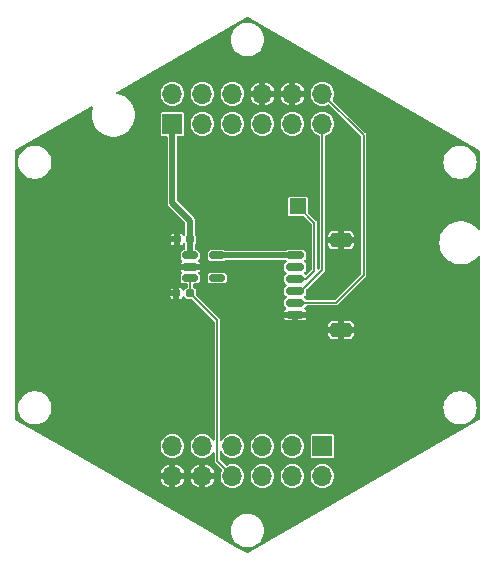
<source format=gbr>
%TF.GenerationSoftware,KiCad,Pcbnew,7.0.5*%
%TF.CreationDate,2024-01-26T22:43:11-05:00*%
%TF.ProjectId,SCD30_ADAPTER,53434433-305f-4414-9441-505445522e6b,rev?*%
%TF.SameCoordinates,Original*%
%TF.FileFunction,Copper,L1,Top*%
%TF.FilePolarity,Positive*%
%FSLAX46Y46*%
G04 Gerber Fmt 4.6, Leading zero omitted, Abs format (unit mm)*
G04 Created by KiCad (PCBNEW 7.0.5) date 2024-01-26 22:43:11*
%MOMM*%
%LPD*%
G01*
G04 APERTURE LIST*
G04 Aperture macros list*
%AMRoundRect*
0 Rectangle with rounded corners*
0 $1 Rounding radius*
0 $2 $3 $4 $5 $6 $7 $8 $9 X,Y pos of 4 corners*
0 Add a 4 corners polygon primitive as box body*
4,1,4,$2,$3,$4,$5,$6,$7,$8,$9,$2,$3,0*
0 Add four circle primitives for the rounded corners*
1,1,$1+$1,$2,$3*
1,1,$1+$1,$4,$5*
1,1,$1+$1,$6,$7*
1,1,$1+$1,$8,$9*
0 Add four rect primitives between the rounded corners*
20,1,$1+$1,$2,$3,$4,$5,0*
20,1,$1+$1,$4,$5,$6,$7,0*
20,1,$1+$1,$6,$7,$8,$9,0*
20,1,$1+$1,$8,$9,$2,$3,0*%
G04 Aperture macros list end*
%TA.AperFunction,SMDPad,CuDef*%
%ADD10RoundRect,0.160000X0.197500X0.160000X-0.197500X0.160000X-0.197500X-0.160000X0.197500X-0.160000X0*%
%TD*%
%TA.AperFunction,ComponentPad*%
%ADD11R,1.350000X1.350000*%
%TD*%
%TA.AperFunction,SMDPad,CuDef*%
%ADD12RoundRect,0.150000X0.625000X-0.150000X0.625000X0.150000X-0.625000X0.150000X-0.625000X-0.150000X0*%
%TD*%
%TA.AperFunction,SMDPad,CuDef*%
%ADD13RoundRect,0.250000X0.650000X-0.350000X0.650000X0.350000X-0.650000X0.350000X-0.650000X-0.350000X0*%
%TD*%
%TA.AperFunction,SMDPad,CuDef*%
%ADD14RoundRect,0.150000X-0.512500X-0.150000X0.512500X-0.150000X0.512500X0.150000X-0.512500X0.150000X0*%
%TD*%
%TA.AperFunction,SMDPad,CuDef*%
%ADD15RoundRect,0.155000X0.212500X0.155000X-0.212500X0.155000X-0.212500X-0.155000X0.212500X-0.155000X0*%
%TD*%
%TA.AperFunction,ComponentPad*%
%ADD16R,1.700000X1.700000*%
%TD*%
%TA.AperFunction,ComponentPad*%
%ADD17O,1.700000X1.700000*%
%TD*%
%TA.AperFunction,ViaPad*%
%ADD18C,0.660400*%
%TD*%
%TA.AperFunction,Conductor*%
%ADD19C,0.152400*%
%TD*%
%TA.AperFunction,Conductor*%
%ADD20C,0.508000*%
%TD*%
G04 APERTURE END LIST*
D10*
%TO.P,R1,1*%
%TO.N,/A4*%
X145330000Y-100823621D03*
%TO.P,R1,2*%
%TO.N,GND*%
X144135000Y-100823621D03*
%TD*%
D11*
%TO.P,J4,1*%
%TO.N,Net-(J3-Pad4)*%
X154430000Y-93448621D03*
%TD*%
D12*
%TO.P,J3,1,1*%
%TO.N,GND*%
X154210000Y-102604610D03*
%TO.P,J3,2,2*%
%TO.N,/SCL*%
X154210000Y-101604610D03*
%TO.P,J3,3,3*%
%TO.N,/SDA*%
X154210000Y-100604610D03*
%TO.P,J3,4,4*%
%TO.N,Net-(J3-Pad4)*%
X154210000Y-99604610D03*
%TO.P,J3,5,5*%
%TO.N,unconnected-(J3-Pad5)*%
X154210000Y-98604610D03*
%TO.P,J3,6,6*%
%TO.N,VCC*%
X154210000Y-97604610D03*
D13*
%TO.P,J3,MP,MP*%
%TO.N,GND*%
X158085000Y-96304610D03*
X158085000Y-103904610D03*
%TD*%
D14*
%TO.P,U1,1,VIN*%
%TO.N,/VBAT*%
X145322500Y-97604610D03*
%TO.P,U1,2,GND*%
%TO.N,GND*%
X145322500Y-98554610D03*
%TO.P,U1,3,EN*%
%TO.N,/A4*%
X145322500Y-99504610D03*
%TO.P,U1,4,NC*%
%TO.N,unconnected-(U1-NC-Pad4)*%
X147597500Y-99504610D03*
%TO.P,U1,5,VOUT*%
%TO.N,VCC*%
X147597500Y-97604610D03*
%TD*%
D15*
%TO.P,C1,1*%
%TO.N,/VBAT*%
X145320000Y-96248621D03*
%TO.P,C1,2*%
%TO.N,GND*%
X144185000Y-96248621D03*
%TD*%
D16*
%TO.P,J1,1,Pin_1*%
%TO.N,/VBAT*%
X143810000Y-86465599D03*
D17*
%TO.P,J1,2,Pin_2*%
%TO.N,/D8*%
X143810000Y-83925599D03*
%TO.P,J1,3,Pin_3*%
%TO.N,/A5*%
X146350000Y-86465599D03*
%TO.P,J1,4,Pin_4*%
%TO.N,/A3*%
X146350000Y-83925599D03*
%TO.P,J1,5,Pin_5*%
%TO.N,/VBUS*%
X148890000Y-86465599D03*
%TO.P,J1,6,Pin_6*%
%TO.N,/A2*%
X148890000Y-83925599D03*
%TO.P,J1,7,Pin_7*%
%TO.N,/RXD*%
X151430000Y-86465599D03*
%TO.P,J1,8,Pin_8*%
%TO.N,GND*%
X151430000Y-83925599D03*
%TO.P,J1,9,Pin_9*%
%TO.N,/BURN_EN*%
X153970000Y-86465599D03*
%TO.P,J1,10,Pin_10*%
%TO.N,GND*%
X153970000Y-83925599D03*
%TO.P,J1,11,Pin_11*%
%TO.N,/SDA*%
X156510000Y-86465599D03*
%TO.P,J1,12,Pin_12*%
%TO.N,/SCL*%
X156510000Y-83925599D03*
%TD*%
D16*
%TO.P,J2,1,Pin_1*%
%TO.N,/D12*%
X156510000Y-113743621D03*
D17*
%TO.P,J2,2,Pin_2*%
%TO.N,/D10*%
X156510000Y-116283621D03*
%TO.P,J2,3,Pin_3*%
%TO.N,/MOSI*%
X153970000Y-113743621D03*
%TO.P,J2,4,Pin_4*%
%TO.N,/D1*%
X153970000Y-116283621D03*
%TO.P,J2,5,Pin_5*%
%TO.N,/SCK*%
X151430000Y-113743621D03*
%TO.P,J2,6,Pin_6*%
%TO.N,/D3*%
X151430000Y-116283621D03*
%TO.P,J2,7,Pin_7*%
%TO.N,/D2*%
X148890000Y-113743621D03*
%TO.P,J2,8,Pin_8*%
%TO.N,/A4*%
X148890000Y-116283621D03*
%TO.P,J2,9,Pin_9*%
%TO.N,/MISO*%
X146350000Y-113743621D03*
%TO.P,J2,10,Pin_10*%
%TO.N,GND*%
X146350000Y-116283621D03*
%TO.P,J2,11,Pin_11*%
%TO.N,/BAT_BR*%
X143810000Y-113743621D03*
%TO.P,J2,12,Pin_12*%
%TO.N,GND*%
X143810000Y-116283621D03*
%TD*%
D18*
%TO.N,GND*%
X153160000Y-105198621D03*
X155160000Y-105198621D03*
X158160000Y-99198621D03*
X165160000Y-89198621D03*
X165160000Y-97198621D03*
X165160000Y-95198621D03*
X165160000Y-93198621D03*
X165160000Y-91198621D03*
X159160000Y-85198621D03*
X161160000Y-85198621D03*
X161160000Y-87198621D03*
X163160000Y-87198621D03*
X163160000Y-89198621D03*
X163160000Y-91198621D03*
X163160000Y-93198621D03*
X161160000Y-91198621D03*
X161160000Y-89198621D03*
X158160000Y-89198621D03*
X158160000Y-91198621D03*
X158160000Y-93198621D03*
X161160000Y-93198621D03*
X161160000Y-95198621D03*
X163160000Y-95198621D03*
X163160000Y-97198621D03*
X161160000Y-97198621D03*
X161160000Y-103198621D03*
X161160000Y-101198621D03*
X161160000Y-99198621D03*
X163160000Y-99198621D03*
X163160000Y-101198621D03*
X163160000Y-103198621D03*
X163160000Y-113198621D03*
X163160000Y-111198621D03*
X163160000Y-109198621D03*
X163160000Y-107198621D03*
X163160000Y-105198621D03*
X161160000Y-105198621D03*
X161160000Y-107198621D03*
X161160000Y-109198621D03*
X161160000Y-111198621D03*
X161160000Y-113198621D03*
X161160000Y-115198621D03*
X159160000Y-115198621D03*
X159160000Y-113198621D03*
X159160000Y-111198621D03*
X159160000Y-109198621D03*
X159160000Y-107198621D03*
X157160000Y-107198621D03*
X157160000Y-109198621D03*
X157160000Y-111198621D03*
X155160000Y-111198621D03*
X155160000Y-109198621D03*
X155160000Y-107198621D03*
X153160000Y-107198621D03*
X153160000Y-109198621D03*
X153160000Y-111198621D03*
X151160000Y-111198621D03*
X151160000Y-109198621D03*
X151160000Y-107198621D03*
X149160000Y-99198621D03*
X151160000Y-99198621D03*
X151160000Y-105198621D03*
X151160000Y-103198621D03*
X151160000Y-101198621D03*
X149160000Y-101198621D03*
X149160000Y-103198621D03*
X149160000Y-105198621D03*
X149160000Y-107198621D03*
X149160000Y-109198621D03*
X149160000Y-111198621D03*
X146160000Y-111198621D03*
X146160000Y-109198621D03*
X146160000Y-107198621D03*
X146160000Y-105198621D03*
X146160000Y-103198621D03*
X144160000Y-103198621D03*
X144160000Y-105198621D03*
X144160000Y-107198621D03*
X144160000Y-109198621D03*
X144160000Y-111198621D03*
X140160000Y-115198621D03*
X140160000Y-113198621D03*
X138160000Y-113198621D03*
X136160000Y-113198621D03*
X136160000Y-111198621D03*
X138160000Y-111198621D03*
X140160000Y-111198621D03*
X142160000Y-111198621D03*
X142160000Y-109198621D03*
X140160000Y-109198621D03*
X138160000Y-109198621D03*
X136160000Y-109198621D03*
X136160000Y-105198621D03*
X136160000Y-107198621D03*
X138160000Y-107198621D03*
X138160000Y-105198621D03*
X140160000Y-105198621D03*
X140160000Y-107198621D03*
X142160000Y-107198621D03*
X142160000Y-105198621D03*
X142160000Y-103198621D03*
X142160000Y-101198621D03*
X142160000Y-99198621D03*
X140160000Y-99198621D03*
X140160000Y-101198621D03*
X140160000Y-103198621D03*
X138160000Y-103198621D03*
X138160000Y-101198621D03*
X138160000Y-99198621D03*
X136160000Y-99198621D03*
X136160000Y-101198621D03*
X136160000Y-103198621D03*
X134160000Y-103198621D03*
X134160000Y-105198621D03*
X134160000Y-107198621D03*
X132160000Y-107198621D03*
X132160000Y-105198621D03*
X132160000Y-103198621D03*
X132160000Y-101198621D03*
X134160000Y-101198621D03*
X134160000Y-99198621D03*
X132160000Y-99198621D03*
X132160000Y-93198621D03*
X134160000Y-93198621D03*
X134160000Y-97198621D03*
X132160000Y-97198621D03*
X132160000Y-95198621D03*
X134160000Y-95198621D03*
X136160000Y-95198621D03*
X136160000Y-97198621D03*
X138160000Y-97198621D03*
X138160000Y-95198621D03*
X140160000Y-95198621D03*
X140160000Y-97198621D03*
X142160000Y-97198621D03*
X142160000Y-95198621D03*
X142160000Y-93198621D03*
X140160000Y-93198621D03*
X138160000Y-93198621D03*
X136160000Y-93198621D03*
X136160000Y-89198621D03*
X136160000Y-91198621D03*
X138160000Y-91198621D03*
X138160000Y-89198621D03*
X140160000Y-89198621D03*
X140160000Y-91198621D03*
X142160000Y-91198621D03*
X142160000Y-89198621D03*
X145160000Y-91198621D03*
X145160000Y-93198621D03*
X147160000Y-95198621D03*
X147160000Y-93198621D03*
X147160000Y-91198621D03*
X149160000Y-91198621D03*
X149160000Y-93198621D03*
X149160000Y-95198621D03*
X151160000Y-95198621D03*
X151160000Y-93198621D03*
X151160000Y-91198621D03*
X153160000Y-91198621D03*
X155160000Y-91198621D03*
X155160000Y-89198621D03*
X153160000Y-89198621D03*
X151160000Y-89198621D03*
X149160000Y-89198621D03*
X147160000Y-89198621D03*
X145160000Y-89198621D03*
X152160000Y-118198621D03*
X150160000Y-82198621D03*
X166160000Y-101198621D03*
X166160000Y-105198621D03*
X154160000Y-80198621D03*
X146160000Y-82198621D03*
X146160000Y-80198621D03*
X146160000Y-118198621D03*
X156160000Y-82198621D03*
X166160000Y-103198621D03*
X168160000Y-99198621D03*
X154160000Y-82198621D03*
X166160000Y-99198621D03*
X154160000Y-119698621D03*
X154160000Y-118198621D03*
X148160000Y-82198621D03*
X166160000Y-107198621D03*
X168160000Y-105198621D03*
X144160000Y-82198621D03*
X148160000Y-118198621D03*
X156160000Y-118198621D03*
X146160000Y-119698621D03*
X168160000Y-107198621D03*
X152160000Y-82198621D03*
X150160000Y-118198621D03*
X168160000Y-103198621D03*
X144160000Y-118198621D03*
X168160000Y-101198621D03*
%TD*%
D19*
%TO.N,/SCL*%
X157654011Y-101604610D02*
X154210000Y-101604610D01*
X160010000Y-99248621D02*
X157654011Y-101604610D01*
X160010000Y-87425599D02*
X160010000Y-99248621D01*
X156510000Y-83925599D02*
X160010000Y-87425599D01*
%TO.N,/SDA*%
X154704011Y-100604610D02*
X156510000Y-98798621D01*
X156510000Y-98798621D02*
X156510000Y-86465599D01*
X154210000Y-100604610D02*
X154704011Y-100604610D01*
%TO.N,Net-(J3-Pad4)*%
X155835000Y-98923621D02*
X155835000Y-94853621D01*
X155835000Y-94853621D02*
X154430000Y-93448621D01*
X155154011Y-99604610D02*
X155835000Y-98923621D01*
X154210000Y-99604610D02*
X155154011Y-99604610D01*
%TO.N,/A4*%
X147610000Y-103103621D02*
X145330000Y-100823621D01*
X147610000Y-115003621D02*
X147610000Y-103103621D01*
X148890000Y-116283621D02*
X147610000Y-115003621D01*
X145330000Y-99512110D02*
X145322500Y-99504610D01*
X145330000Y-100823621D02*
X145330000Y-99512110D01*
D20*
%TO.N,/VBAT*%
X143810000Y-93173621D02*
X143810000Y-86465599D01*
X145320000Y-96248621D02*
X145320000Y-94683621D01*
X145320000Y-94683621D02*
X143810000Y-93173621D01*
X145322500Y-96251121D02*
X145320000Y-96248621D01*
X145322500Y-97604610D02*
X145322500Y-96251121D01*
%TO.N,VCC*%
X147597500Y-97604610D02*
X154210000Y-97604610D01*
%TD*%
%TA.AperFunction,Conductor*%
%TO.N,GND*%
G36*
X150203946Y-77388502D02*
G01*
X169810750Y-88708494D01*
X169849399Y-88754554D01*
X169854700Y-88784618D01*
X169854700Y-95369390D01*
X169834135Y-95425891D01*
X169782064Y-95455955D01*
X169722850Y-95445514D01*
X169698077Y-95424195D01*
X169581609Y-95278149D01*
X169380989Y-95092001D01*
X169380985Y-95091998D01*
X169380981Y-95091995D01*
X169154863Y-94937830D01*
X169154864Y-94937830D01*
X168908293Y-94819089D01*
X168908290Y-94819088D01*
X168646771Y-94738420D01*
X168646767Y-94738419D01*
X168646766Y-94738419D01*
X168376151Y-94697630D01*
X168376149Y-94697630D01*
X168102471Y-94697630D01*
X168102468Y-94697630D01*
X167831853Y-94738419D01*
X167831850Y-94738419D01*
X167831849Y-94738420D01*
X167767215Y-94758357D01*
X167570326Y-94819089D01*
X167323757Y-94937830D01*
X167097637Y-95091995D01*
X167097628Y-95092003D01*
X166897013Y-95278146D01*
X166726377Y-95492116D01*
X166589536Y-95729131D01*
X166589535Y-95729132D01*
X166489551Y-95983890D01*
X166489549Y-95983895D01*
X166428652Y-96250702D01*
X166428650Y-96250710D01*
X166408199Y-96523618D01*
X166408199Y-96523623D01*
X166428650Y-96796531D01*
X166428651Y-96796534D01*
X166489550Y-97063350D01*
X166497031Y-97082410D01*
X166589535Y-97318109D01*
X166589536Y-97318110D01*
X166726375Y-97555123D01*
X166873023Y-97739012D01*
X166897013Y-97769095D01*
X167097628Y-97955238D01*
X167097637Y-97955246D01*
X167243594Y-98054757D01*
X167323755Y-98109410D01*
X167323757Y-98109411D01*
X167323756Y-98109411D01*
X167461117Y-98175560D01*
X167570330Y-98228154D01*
X167831849Y-98308822D01*
X168102471Y-98349612D01*
X168102476Y-98349612D01*
X168376144Y-98349612D01*
X168376149Y-98349612D01*
X168646771Y-98308822D01*
X168908290Y-98228154D01*
X169154866Y-98109410D01*
X169380989Y-97955241D01*
X169581609Y-97769093D01*
X169698078Y-97623044D01*
X169749383Y-97591694D01*
X169808839Y-97600655D01*
X169848624Y-97645738D01*
X169854700Y-97677851D01*
X169854700Y-111424599D01*
X169834135Y-111481100D01*
X169810750Y-111500723D01*
X150203949Y-122820715D01*
X150144735Y-122831156D01*
X150116049Y-122820715D01*
X149138254Y-122256185D01*
X146770601Y-120889220D01*
X148749884Y-120889220D01*
X148769115Y-121121316D01*
X148769116Y-121121322D01*
X148826286Y-121347080D01*
X148826289Y-121347088D01*
X148897987Y-121510541D01*
X148919840Y-121560361D01*
X148919844Y-121560367D01*
X149047215Y-121755325D01*
X149047216Y-121755327D01*
X149047220Y-121755331D01*
X149204954Y-121926676D01*
X149388740Y-122069722D01*
X149593563Y-122180567D01*
X149813837Y-122256187D01*
X149813839Y-122256187D01*
X149813841Y-122256188D01*
X150043550Y-122294520D01*
X150043554Y-122294520D01*
X150276450Y-122294520D01*
X150506158Y-122256188D01*
X150506158Y-122256187D01*
X150506163Y-122256187D01*
X150726437Y-122180567D01*
X150931260Y-122069722D01*
X151115046Y-121926676D01*
X151272780Y-121755331D01*
X151400160Y-121560361D01*
X151493712Y-121347084D01*
X151550884Y-121121317D01*
X151570116Y-120889220D01*
X151550884Y-120657123D01*
X151550883Y-120657117D01*
X151493713Y-120431359D01*
X151493710Y-120431351D01*
X151400164Y-120218089D01*
X151400160Y-120218079D01*
X151319435Y-120094520D01*
X151272784Y-120023114D01*
X151272783Y-120023112D01*
X151115050Y-119851768D01*
X151115048Y-119851767D01*
X151115046Y-119851764D01*
X150931260Y-119708718D01*
X150726437Y-119597873D01*
X150726433Y-119597871D01*
X150726430Y-119597870D01*
X150506167Y-119522254D01*
X150506158Y-119522251D01*
X150276450Y-119483920D01*
X150276446Y-119483920D01*
X150043554Y-119483920D01*
X150043550Y-119483920D01*
X149813841Y-119522251D01*
X149813832Y-119522254D01*
X149593569Y-119597870D01*
X149388740Y-119708718D01*
X149204949Y-119851768D01*
X149047216Y-120023112D01*
X149047215Y-120023114D01*
X148919844Y-120218072D01*
X148919835Y-120218089D01*
X148826289Y-120431351D01*
X148826286Y-120431359D01*
X148769116Y-120657117D01*
X148769115Y-120657123D01*
X148749884Y-120889220D01*
X146770601Y-120889220D01*
X138353527Y-116029620D01*
X142813001Y-116029620D01*
X142813002Y-116029621D01*
X143378884Y-116029621D01*
X143350507Y-116073777D01*
X143310000Y-116211732D01*
X143310000Y-116355510D01*
X143350507Y-116493465D01*
X143378884Y-116537621D01*
X142813002Y-116537621D01*
X142855840Y-116678841D01*
X142855840Y-116678843D01*
X142951281Y-116857399D01*
X143079717Y-117013899D01*
X143079721Y-117013903D01*
X143236221Y-117142339D01*
X143414778Y-117237780D01*
X143555999Y-117280619D01*
X143556000Y-117280619D01*
X143556000Y-116717295D01*
X143667685Y-116768301D01*
X143774237Y-116783621D01*
X143845763Y-116783621D01*
X143952315Y-116768301D01*
X144064000Y-116717295D01*
X144064000Y-117280619D01*
X144205220Y-117237780D01*
X144205222Y-117237780D01*
X144383778Y-117142339D01*
X144540278Y-117013903D01*
X144540282Y-117013899D01*
X144668718Y-116857399D01*
X144764159Y-116678843D01*
X144764159Y-116678841D01*
X144806998Y-116537621D01*
X144241116Y-116537621D01*
X144269493Y-116493465D01*
X144310000Y-116355510D01*
X144310000Y-116211732D01*
X144269493Y-116073777D01*
X144241116Y-116029621D01*
X144806998Y-116029621D01*
X144806998Y-116029620D01*
X145353001Y-116029620D01*
X145353002Y-116029621D01*
X145918884Y-116029621D01*
X145890507Y-116073777D01*
X145850000Y-116211732D01*
X145850000Y-116355510D01*
X145890507Y-116493465D01*
X145918884Y-116537621D01*
X145353002Y-116537621D01*
X145395840Y-116678841D01*
X145395840Y-116678843D01*
X145491281Y-116857399D01*
X145619717Y-117013899D01*
X145619721Y-117013903D01*
X145776221Y-117142339D01*
X145954778Y-117237780D01*
X146095999Y-117280619D01*
X146096000Y-117280618D01*
X146096000Y-116717295D01*
X146207685Y-116768301D01*
X146314237Y-116783621D01*
X146385763Y-116783621D01*
X146492315Y-116768301D01*
X146604000Y-116717295D01*
X146604000Y-117280619D01*
X146745220Y-117237780D01*
X146745222Y-117237780D01*
X146923778Y-117142339D01*
X147080278Y-117013903D01*
X147080282Y-117013899D01*
X147208718Y-116857399D01*
X147304159Y-116678843D01*
X147304159Y-116678841D01*
X147346998Y-116537621D01*
X146781116Y-116537621D01*
X146809493Y-116493465D01*
X146850000Y-116355510D01*
X146850000Y-116211732D01*
X146809493Y-116073777D01*
X146781116Y-116029621D01*
X147346998Y-116029621D01*
X147346998Y-116029620D01*
X147304159Y-115888400D01*
X147304159Y-115888398D01*
X147208718Y-115709842D01*
X147080282Y-115553342D01*
X147080278Y-115553338D01*
X146923778Y-115424902D01*
X146745225Y-115329463D01*
X146604000Y-115286622D01*
X146604000Y-115849946D01*
X146492315Y-115798941D01*
X146385763Y-115783621D01*
X146314237Y-115783621D01*
X146207685Y-115798941D01*
X146096000Y-115849946D01*
X146096000Y-115286622D01*
X145954774Y-115329463D01*
X145776221Y-115424902D01*
X145619721Y-115553338D01*
X145619717Y-115553342D01*
X145491281Y-115709842D01*
X145395840Y-115888398D01*
X145395840Y-115888400D01*
X145353001Y-116029620D01*
X144806998Y-116029620D01*
X144764159Y-115888400D01*
X144764159Y-115888398D01*
X144668718Y-115709842D01*
X144540282Y-115553342D01*
X144540278Y-115553338D01*
X144383778Y-115424902D01*
X144205225Y-115329463D01*
X144064000Y-115286622D01*
X144064000Y-115849946D01*
X143952315Y-115798941D01*
X143845763Y-115783621D01*
X143774237Y-115783621D01*
X143667685Y-115798941D01*
X143556000Y-115849946D01*
X143556000Y-115286622D01*
X143414774Y-115329463D01*
X143236221Y-115424902D01*
X143079721Y-115553338D01*
X143079717Y-115553342D01*
X142951281Y-115709842D01*
X142855840Y-115888398D01*
X142855840Y-115888400D01*
X142813001Y-116029620D01*
X138353527Y-116029620D01*
X134394061Y-113743621D01*
X142802247Y-113743621D01*
X142821612Y-113940230D01*
X142878957Y-114129269D01*
X142878958Y-114129271D01*
X142972084Y-114303499D01*
X143097411Y-114456210D01*
X143250122Y-114581537D01*
X143424350Y-114674663D01*
X143613397Y-114732010D01*
X143810000Y-114751374D01*
X144006603Y-114732010D01*
X144195650Y-114674663D01*
X144369878Y-114581537D01*
X144522589Y-114456210D01*
X144647916Y-114303499D01*
X144741042Y-114129271D01*
X144798389Y-113940224D01*
X144817753Y-113743621D01*
X144798389Y-113547018D01*
X144741042Y-113357971D01*
X144647916Y-113183743D01*
X144522589Y-113031032D01*
X144369878Y-112905705D01*
X144195650Y-112812579D01*
X144195649Y-112812578D01*
X144195648Y-112812578D01*
X144006609Y-112755233D01*
X144006604Y-112755232D01*
X144006603Y-112755232D01*
X143810000Y-112735868D01*
X143613397Y-112755232D01*
X143613395Y-112755232D01*
X143613390Y-112755233D01*
X143424351Y-112812578D01*
X143250121Y-112905705D01*
X143097413Y-113031030D01*
X143097409Y-113031034D01*
X142972084Y-113183742D01*
X142878957Y-113357972D01*
X142821612Y-113547011D01*
X142802247Y-113743621D01*
X134394061Y-113743621D01*
X130509248Y-111500723D01*
X130470600Y-111454664D01*
X130465300Y-111424605D01*
X130465300Y-110496915D01*
X130749884Y-110496915D01*
X130769115Y-110729011D01*
X130769116Y-110729017D01*
X130826286Y-110954775D01*
X130826289Y-110954783D01*
X130897987Y-111118236D01*
X130919840Y-111168056D01*
X130919844Y-111168062D01*
X131047215Y-111363020D01*
X131047216Y-111363022D01*
X131173979Y-111500724D01*
X131204954Y-111534371D01*
X131388740Y-111677417D01*
X131593563Y-111788262D01*
X131813837Y-111863882D01*
X131813839Y-111863882D01*
X131813841Y-111863883D01*
X132043550Y-111902215D01*
X132043554Y-111902215D01*
X132276450Y-111902215D01*
X132506158Y-111863883D01*
X132506158Y-111863882D01*
X132506163Y-111863882D01*
X132726437Y-111788262D01*
X132931260Y-111677417D01*
X133115046Y-111534371D01*
X133272780Y-111363026D01*
X133400160Y-111168056D01*
X133493712Y-110954779D01*
X133550884Y-110729012D01*
X133570116Y-110496915D01*
X133550884Y-110264818D01*
X133550883Y-110264812D01*
X133493713Y-110039054D01*
X133493710Y-110039046D01*
X133400164Y-109825784D01*
X133400160Y-109825774D01*
X133319435Y-109702215D01*
X133272784Y-109630809D01*
X133272783Y-109630807D01*
X133115050Y-109459463D01*
X133115048Y-109459462D01*
X133115046Y-109459459D01*
X132931260Y-109316413D01*
X132726437Y-109205568D01*
X132726433Y-109205566D01*
X132726430Y-109205565D01*
X132506167Y-109129949D01*
X132506158Y-109129946D01*
X132276450Y-109091615D01*
X132276446Y-109091615D01*
X132043554Y-109091615D01*
X132043550Y-109091615D01*
X131813841Y-109129946D01*
X131813832Y-109129949D01*
X131593569Y-109205565D01*
X131388740Y-109316413D01*
X131204949Y-109459463D01*
X131047216Y-109630807D01*
X131047215Y-109630809D01*
X130919844Y-109825767D01*
X130919835Y-109825784D01*
X130826289Y-110039046D01*
X130826286Y-110039054D01*
X130769116Y-110264812D01*
X130769115Y-110264818D01*
X130749884Y-110496915D01*
X130465300Y-110496915D01*
X130465300Y-101077621D01*
X143608612Y-101077621D01*
X143656522Y-101180363D01*
X143656523Y-101180365D01*
X143740753Y-101264596D01*
X143740756Y-101264598D01*
X143848718Y-101314942D01*
X143848721Y-101314943D01*
X143880999Y-101319192D01*
X143881000Y-101319192D01*
X143881000Y-101319191D01*
X144389000Y-101319191D01*
X144421278Y-101314943D01*
X144421281Y-101314942D01*
X144529242Y-101264599D01*
X144613476Y-101180365D01*
X144666571Y-101066503D01*
X144709088Y-101023987D01*
X144768986Y-101018746D01*
X144818239Y-101053233D01*
X144825900Y-101066502D01*
X144861752Y-101143386D01*
X144872233Y-101165862D01*
X144950259Y-101243888D01*
X145050266Y-101290522D01*
X145085230Y-101295124D01*
X145095832Y-101296521D01*
X145095834Y-101296521D01*
X145442494Y-101296521D01*
X145498995Y-101317086D01*
X145504649Y-101322266D01*
X147355155Y-103172772D01*
X147380566Y-103227266D01*
X147380900Y-103234927D01*
X147380900Y-113193874D01*
X147360335Y-113250375D01*
X147308264Y-113280439D01*
X147249050Y-113269998D01*
X147215479Y-113235310D01*
X147187915Y-113183742D01*
X147062589Y-113031032D01*
X146909878Y-112905705D01*
X146735650Y-112812579D01*
X146735649Y-112812578D01*
X146735648Y-112812578D01*
X146546609Y-112755233D01*
X146546604Y-112755232D01*
X146546603Y-112755232D01*
X146350000Y-112735868D01*
X146153397Y-112755232D01*
X146153395Y-112755232D01*
X146153390Y-112755233D01*
X145964351Y-112812578D01*
X145790121Y-112905705D01*
X145637413Y-113031030D01*
X145637409Y-113031034D01*
X145512084Y-113183742D01*
X145418957Y-113357972D01*
X145361612Y-113547011D01*
X145342247Y-113743621D01*
X145361612Y-113940230D01*
X145418957Y-114129269D01*
X145418958Y-114129271D01*
X145512084Y-114303499D01*
X145637411Y-114456210D01*
X145790122Y-114581537D01*
X145964350Y-114674663D01*
X146153397Y-114732010D01*
X146350000Y-114751374D01*
X146546603Y-114732010D01*
X146735650Y-114674663D01*
X146909878Y-114581537D01*
X147062589Y-114456210D01*
X147187916Y-114303499D01*
X147215479Y-114251930D01*
X147260250Y-114211796D01*
X147320345Y-114209829D01*
X147367645Y-114246950D01*
X147380900Y-114293367D01*
X147380900Y-114996471D01*
X147380840Y-114998772D01*
X147378666Y-115040260D01*
X147387177Y-115062433D01*
X147391092Y-115075650D01*
X147396031Y-115098888D01*
X147400124Y-115104521D01*
X147411071Y-115124682D01*
X147413567Y-115131183D01*
X147413568Y-115131185D01*
X147430364Y-115147982D01*
X147439320Y-115158468D01*
X147453276Y-115177677D01*
X147453278Y-115177679D01*
X147459308Y-115181160D01*
X147477510Y-115195127D01*
X147989978Y-115707595D01*
X148015389Y-115762089D01*
X148005344Y-115811185D01*
X147958958Y-115897968D01*
X147958957Y-115897972D01*
X147901612Y-116087011D01*
X147882247Y-116283621D01*
X147901612Y-116480230D01*
X147958957Y-116669269D01*
X147958958Y-116669271D01*
X148052084Y-116843499D01*
X148177411Y-116996210D01*
X148330122Y-117121537D01*
X148504350Y-117214663D01*
X148693397Y-117272010D01*
X148890000Y-117291374D01*
X149086603Y-117272010D01*
X149275650Y-117214663D01*
X149449878Y-117121537D01*
X149602589Y-116996210D01*
X149727916Y-116843499D01*
X149821042Y-116669271D01*
X149878389Y-116480224D01*
X149897753Y-116283621D01*
X150422247Y-116283621D01*
X150441612Y-116480230D01*
X150498957Y-116669269D01*
X150498958Y-116669271D01*
X150592084Y-116843499D01*
X150717411Y-116996210D01*
X150870122Y-117121537D01*
X151044350Y-117214663D01*
X151233397Y-117272010D01*
X151430000Y-117291374D01*
X151626603Y-117272010D01*
X151815650Y-117214663D01*
X151989878Y-117121537D01*
X152142589Y-116996210D01*
X152267916Y-116843499D01*
X152361042Y-116669271D01*
X152418389Y-116480224D01*
X152437753Y-116283621D01*
X152962247Y-116283621D01*
X152981612Y-116480230D01*
X153038957Y-116669269D01*
X153038958Y-116669271D01*
X153132084Y-116843499D01*
X153257411Y-116996210D01*
X153410122Y-117121537D01*
X153584350Y-117214663D01*
X153773397Y-117272010D01*
X153970000Y-117291374D01*
X154166603Y-117272010D01*
X154355650Y-117214663D01*
X154529878Y-117121537D01*
X154682589Y-116996210D01*
X154807916Y-116843499D01*
X154901042Y-116669271D01*
X154958389Y-116480224D01*
X154977753Y-116283621D01*
X155502247Y-116283621D01*
X155521612Y-116480230D01*
X155578957Y-116669269D01*
X155578958Y-116669271D01*
X155672084Y-116843499D01*
X155797411Y-116996210D01*
X155950122Y-117121537D01*
X156124350Y-117214663D01*
X156313397Y-117272010D01*
X156510000Y-117291374D01*
X156706603Y-117272010D01*
X156895650Y-117214663D01*
X157069878Y-117121537D01*
X157222589Y-116996210D01*
X157347916Y-116843499D01*
X157441042Y-116669271D01*
X157498389Y-116480224D01*
X157517753Y-116283621D01*
X157498389Y-116087018D01*
X157441042Y-115897971D01*
X157347916Y-115723743D01*
X157222589Y-115571032D01*
X157069878Y-115445705D01*
X156895650Y-115352579D01*
X156895649Y-115352578D01*
X156895648Y-115352578D01*
X156706609Y-115295233D01*
X156706604Y-115295232D01*
X156706603Y-115295232D01*
X156510000Y-115275868D01*
X156509999Y-115275868D01*
X156462657Y-115280530D01*
X156313397Y-115295232D01*
X156313395Y-115295232D01*
X156313390Y-115295233D01*
X156124351Y-115352578D01*
X155950121Y-115445705D01*
X155797413Y-115571030D01*
X155797409Y-115571034D01*
X155672084Y-115723742D01*
X155578957Y-115897972D01*
X155521612Y-116087011D01*
X155502247Y-116283621D01*
X154977753Y-116283621D01*
X154958389Y-116087018D01*
X154901042Y-115897971D01*
X154807916Y-115723743D01*
X154682589Y-115571032D01*
X154529878Y-115445705D01*
X154355650Y-115352579D01*
X154355649Y-115352578D01*
X154355648Y-115352578D01*
X154166609Y-115295233D01*
X154166604Y-115295232D01*
X154166603Y-115295232D01*
X153970000Y-115275868D01*
X153773397Y-115295232D01*
X153773395Y-115295232D01*
X153773390Y-115295233D01*
X153584351Y-115352578D01*
X153410121Y-115445705D01*
X153257413Y-115571030D01*
X153257409Y-115571034D01*
X153132084Y-115723742D01*
X153038957Y-115897972D01*
X152981612Y-116087011D01*
X152962247Y-116283621D01*
X152437753Y-116283621D01*
X152418389Y-116087018D01*
X152361042Y-115897971D01*
X152267916Y-115723743D01*
X152142589Y-115571032D01*
X151989878Y-115445705D01*
X151815650Y-115352579D01*
X151815649Y-115352578D01*
X151815648Y-115352578D01*
X151626609Y-115295233D01*
X151626604Y-115295232D01*
X151626603Y-115295232D01*
X151430000Y-115275868D01*
X151429999Y-115275868D01*
X151382657Y-115280530D01*
X151233397Y-115295232D01*
X151233395Y-115295232D01*
X151233390Y-115295233D01*
X151044351Y-115352578D01*
X150870121Y-115445705D01*
X150717413Y-115571030D01*
X150717409Y-115571034D01*
X150592084Y-115723742D01*
X150498957Y-115897972D01*
X150441612Y-116087011D01*
X150422247Y-116283621D01*
X149897753Y-116283621D01*
X149878389Y-116087018D01*
X149821042Y-115897971D01*
X149727916Y-115723743D01*
X149602589Y-115571032D01*
X149449878Y-115445705D01*
X149275650Y-115352579D01*
X149275649Y-115352578D01*
X149275648Y-115352578D01*
X149086609Y-115295233D01*
X149086604Y-115295232D01*
X149086603Y-115295232D01*
X148890000Y-115275868D01*
X148889999Y-115275868D01*
X148842657Y-115280530D01*
X148693397Y-115295232D01*
X148693395Y-115295232D01*
X148693390Y-115295233D01*
X148504351Y-115352578D01*
X148504347Y-115352579D01*
X148417565Y-115398965D01*
X148358041Y-115407463D01*
X148313975Y-115383599D01*
X147864845Y-114934469D01*
X147839434Y-114879975D01*
X147839100Y-114872314D01*
X147839100Y-114255949D01*
X147859665Y-114199448D01*
X147911736Y-114169384D01*
X147970950Y-114179825D01*
X148004520Y-114214513D01*
X148052084Y-114303499D01*
X148177411Y-114456210D01*
X148330122Y-114581537D01*
X148504350Y-114674663D01*
X148693397Y-114732010D01*
X148890000Y-114751374D01*
X149086603Y-114732010D01*
X149275650Y-114674663D01*
X149449878Y-114581537D01*
X149602589Y-114456210D01*
X149727916Y-114303499D01*
X149821042Y-114129271D01*
X149878389Y-113940224D01*
X149897753Y-113743621D01*
X149897753Y-113743620D01*
X150422247Y-113743620D01*
X150441612Y-113940230D01*
X150498957Y-114129269D01*
X150498958Y-114129271D01*
X150592084Y-114303499D01*
X150717411Y-114456210D01*
X150870122Y-114581537D01*
X151044350Y-114674663D01*
X151233397Y-114732010D01*
X151430000Y-114751374D01*
X151626603Y-114732010D01*
X151815650Y-114674663D01*
X151989878Y-114581537D01*
X152142589Y-114456210D01*
X152267916Y-114303499D01*
X152361042Y-114129271D01*
X152418389Y-113940224D01*
X152437753Y-113743621D01*
X152437753Y-113743620D01*
X152962247Y-113743620D01*
X152981612Y-113940230D01*
X153038957Y-114129269D01*
X153038958Y-114129271D01*
X153132084Y-114303499D01*
X153257411Y-114456210D01*
X153410122Y-114581537D01*
X153584350Y-114674663D01*
X153773397Y-114732010D01*
X153970000Y-114751374D01*
X154166603Y-114732010D01*
X154355650Y-114674663D01*
X154479098Y-114608679D01*
X155507100Y-114608679D01*
X155515972Y-114653279D01*
X155549766Y-114703855D01*
X155566701Y-114715171D01*
X155600341Y-114737649D01*
X155607741Y-114739120D01*
X155644943Y-114746521D01*
X157375056Y-114746520D01*
X157375058Y-114746520D01*
X157387750Y-114743995D01*
X157419658Y-114737649D01*
X157470234Y-114703855D01*
X157504028Y-114653279D01*
X157512900Y-114608678D01*
X157512899Y-112878565D01*
X157512899Y-112878564D01*
X157512899Y-112878562D01*
X157509111Y-112859523D01*
X157504028Y-112833963D01*
X157470234Y-112783387D01*
X157470002Y-112783232D01*
X157419658Y-112749592D01*
X157382456Y-112742192D01*
X157375057Y-112740721D01*
X157375056Y-112740721D01*
X155644941Y-112740721D01*
X155600341Y-112749593D01*
X155549767Y-112783386D01*
X155549764Y-112783389D01*
X155515971Y-112833962D01*
X155507100Y-112878564D01*
X155507100Y-114608679D01*
X154479098Y-114608679D01*
X154529878Y-114581537D01*
X154682589Y-114456210D01*
X154807916Y-114303499D01*
X154901042Y-114129271D01*
X154958389Y-113940224D01*
X154977753Y-113743621D01*
X154958389Y-113547018D01*
X154901042Y-113357971D01*
X154807916Y-113183743D01*
X154682589Y-113031032D01*
X154529878Y-112905705D01*
X154355650Y-112812579D01*
X154355649Y-112812578D01*
X154355648Y-112812578D01*
X154166609Y-112755233D01*
X154166604Y-112755232D01*
X154166603Y-112755232D01*
X153970000Y-112735868D01*
X153773397Y-112755232D01*
X153773395Y-112755232D01*
X153773390Y-112755233D01*
X153584351Y-112812578D01*
X153410121Y-112905705D01*
X153257413Y-113031030D01*
X153257409Y-113031034D01*
X153132084Y-113183742D01*
X153038957Y-113357972D01*
X152981612Y-113547011D01*
X152962247Y-113743620D01*
X152437753Y-113743620D01*
X152418389Y-113547018D01*
X152361042Y-113357971D01*
X152267916Y-113183743D01*
X152142589Y-113031032D01*
X151989878Y-112905705D01*
X151815650Y-112812579D01*
X151815649Y-112812578D01*
X151815648Y-112812578D01*
X151626609Y-112755233D01*
X151626604Y-112755232D01*
X151626603Y-112755232D01*
X151430000Y-112735868D01*
X151429999Y-112735868D01*
X151382657Y-112740530D01*
X151233397Y-112755232D01*
X151233395Y-112755232D01*
X151233390Y-112755233D01*
X151044351Y-112812578D01*
X150870121Y-112905705D01*
X150717413Y-113031030D01*
X150717409Y-113031034D01*
X150592084Y-113183742D01*
X150498957Y-113357972D01*
X150441612Y-113547011D01*
X150422247Y-113743620D01*
X149897753Y-113743620D01*
X149878389Y-113547018D01*
X149821042Y-113357971D01*
X149727916Y-113183743D01*
X149602589Y-113031032D01*
X149449878Y-112905705D01*
X149275650Y-112812579D01*
X149275649Y-112812578D01*
X149275648Y-112812578D01*
X149086609Y-112755233D01*
X149086604Y-112755232D01*
X149086603Y-112755232D01*
X148890000Y-112735868D01*
X148693397Y-112755232D01*
X148693395Y-112755232D01*
X148693390Y-112755233D01*
X148504351Y-112812578D01*
X148330121Y-112905705D01*
X148177413Y-113031030D01*
X148177409Y-113031034D01*
X148052084Y-113183742D01*
X148004521Y-113272728D01*
X147959750Y-113312863D01*
X147899655Y-113314830D01*
X147852355Y-113277709D01*
X147839100Y-113231292D01*
X147839100Y-110496914D01*
X166749884Y-110496914D01*
X166769115Y-110729011D01*
X166769116Y-110729017D01*
X166826286Y-110954775D01*
X166826289Y-110954783D01*
X166897987Y-111118236D01*
X166919840Y-111168056D01*
X166919844Y-111168062D01*
X167047215Y-111363020D01*
X167047216Y-111363022D01*
X167173979Y-111500724D01*
X167204954Y-111534371D01*
X167388740Y-111677417D01*
X167593563Y-111788262D01*
X167813837Y-111863882D01*
X167813839Y-111863882D01*
X167813841Y-111863883D01*
X168043550Y-111902215D01*
X168043554Y-111902215D01*
X168276450Y-111902215D01*
X168506158Y-111863883D01*
X168506158Y-111863882D01*
X168506163Y-111863882D01*
X168726437Y-111788262D01*
X168931260Y-111677417D01*
X169115046Y-111534371D01*
X169272780Y-111363026D01*
X169400160Y-111168056D01*
X169493712Y-110954779D01*
X169550884Y-110729012D01*
X169570116Y-110496915D01*
X169550884Y-110264818D01*
X169550883Y-110264812D01*
X169493713Y-110039054D01*
X169493710Y-110039046D01*
X169400164Y-109825784D01*
X169400160Y-109825774D01*
X169319435Y-109702215D01*
X169272784Y-109630809D01*
X169272783Y-109630807D01*
X169115050Y-109459463D01*
X169115048Y-109459462D01*
X169115046Y-109459459D01*
X168931260Y-109316413D01*
X168726437Y-109205568D01*
X168726433Y-109205566D01*
X168726430Y-109205565D01*
X168506167Y-109129949D01*
X168506158Y-109129946D01*
X168276450Y-109091615D01*
X168276446Y-109091615D01*
X168043554Y-109091615D01*
X168043550Y-109091615D01*
X167813841Y-109129946D01*
X167813832Y-109129949D01*
X167593569Y-109205565D01*
X167388740Y-109316413D01*
X167204949Y-109459463D01*
X167047216Y-109630807D01*
X167047215Y-109630809D01*
X166919844Y-109825767D01*
X166919835Y-109825784D01*
X166826289Y-110039046D01*
X166826286Y-110039054D01*
X166769116Y-110264812D01*
X166769115Y-110264818D01*
X166749884Y-110496914D01*
X147839100Y-110496914D01*
X147839100Y-104158610D01*
X157007200Y-104158610D01*
X157007200Y-104306143D01*
X157009909Y-104335039D01*
X157009910Y-104335044D01*
X157052501Y-104456763D01*
X157052502Y-104456764D01*
X157129080Y-104560524D01*
X157129085Y-104560529D01*
X157232845Y-104637107D01*
X157232846Y-104637108D01*
X157354565Y-104679699D01*
X157354570Y-104679700D01*
X157383466Y-104682409D01*
X157383470Y-104682410D01*
X157830999Y-104682410D01*
X157831000Y-104682408D01*
X158339000Y-104682408D01*
X158339001Y-104682410D01*
X158786530Y-104682410D01*
X158786533Y-104682409D01*
X158815429Y-104679700D01*
X158815434Y-104679699D01*
X158937153Y-104637108D01*
X158937154Y-104637107D01*
X159040914Y-104560529D01*
X159040919Y-104560524D01*
X159117497Y-104456764D01*
X159117498Y-104456763D01*
X159160089Y-104335044D01*
X159160090Y-104335039D01*
X159162799Y-104306143D01*
X159162800Y-104306140D01*
X159162800Y-104158611D01*
X159162799Y-104158610D01*
X158339001Y-104158610D01*
X158339000Y-104158611D01*
X158339000Y-104682408D01*
X157831000Y-104682408D01*
X157831000Y-104158611D01*
X157830999Y-104158610D01*
X157007200Y-104158610D01*
X147839100Y-104158610D01*
X147839100Y-103650608D01*
X157007200Y-103650608D01*
X157007201Y-103650610D01*
X157830999Y-103650610D01*
X157831000Y-103650608D01*
X158339000Y-103650608D01*
X158339001Y-103650610D01*
X159162799Y-103650610D01*
X159162800Y-103650609D01*
X159162800Y-103503079D01*
X159162799Y-103503076D01*
X159160090Y-103474180D01*
X159160089Y-103474175D01*
X159117498Y-103352456D01*
X159117497Y-103352455D01*
X159040919Y-103248695D01*
X159040914Y-103248690D01*
X158937154Y-103172112D01*
X158937153Y-103172111D01*
X158815434Y-103129520D01*
X158815429Y-103129519D01*
X158786533Y-103126810D01*
X158339001Y-103126810D01*
X158339000Y-103126811D01*
X158339000Y-103650608D01*
X157831000Y-103650608D01*
X157831000Y-103126811D01*
X157830999Y-103126810D01*
X157383466Y-103126810D01*
X157354570Y-103129519D01*
X157354565Y-103129520D01*
X157232846Y-103172111D01*
X157232845Y-103172112D01*
X157129085Y-103248690D01*
X157129080Y-103248695D01*
X157052502Y-103352455D01*
X157052501Y-103352456D01*
X157009910Y-103474175D01*
X157009909Y-103474180D01*
X157007200Y-103503076D01*
X157007200Y-103650608D01*
X147839100Y-103650608D01*
X147839100Y-103110769D01*
X147839160Y-103108468D01*
X147839459Y-103102754D01*
X147841334Y-103066982D01*
X147832819Y-103044800D01*
X147828907Y-103031592D01*
X147823969Y-103008356D01*
X147819874Y-103002720D01*
X147808927Y-102982556D01*
X147806433Y-102976059D01*
X147806432Y-102976058D01*
X147806432Y-102976057D01*
X147789630Y-102959255D01*
X147780677Y-102948771D01*
X147766721Y-102929562D01*
X147766722Y-102929562D01*
X147760692Y-102926081D01*
X147742488Y-102912113D01*
X147688985Y-102858610D01*
X153271809Y-102858610D01*
X153312340Y-102945529D01*
X153312342Y-102945532D01*
X153394079Y-103027268D01*
X153394083Y-103027271D01*
X153498845Y-103076122D01*
X153498854Y-103076125D01*
X153546587Y-103082409D01*
X153956000Y-103082409D01*
X153956000Y-103082407D01*
X154463999Y-103082407D01*
X154464001Y-103082409D01*
X154873414Y-103082409D01*
X154873415Y-103082408D01*
X154921145Y-103076126D01*
X154921151Y-103076124D01*
X155025918Y-103027269D01*
X155025920Y-103027268D01*
X155107657Y-102945532D01*
X155107659Y-102945529D01*
X155148191Y-102858610D01*
X154464001Y-102858610D01*
X154463999Y-102858611D01*
X154463999Y-103082407D01*
X153956000Y-103082407D01*
X153956000Y-102858610D01*
X153271809Y-102858610D01*
X147688985Y-102858610D01*
X145866145Y-101035769D01*
X145840734Y-100981275D01*
X145840400Y-100973614D01*
X145840400Y-100626953D01*
X145836062Y-100594007D01*
X145834401Y-100581387D01*
X145787767Y-100481380D01*
X145709741Y-100403354D01*
X145668365Y-100384060D01*
X145609851Y-100356774D01*
X145567335Y-100314258D01*
X145559100Y-100277110D01*
X145559100Y-100045410D01*
X145579665Y-99988909D01*
X145631736Y-99958845D01*
X145647000Y-99957510D01*
X145880219Y-99957510D01*
X145880226Y-99957510D01*
X145905550Y-99954572D01*
X146009145Y-99908830D01*
X146089220Y-99828755D01*
X146134962Y-99725160D01*
X146137900Y-99699836D01*
X146782100Y-99699836D01*
X146785038Y-99725160D01*
X146830780Y-99828755D01*
X146910855Y-99908830D01*
X147014450Y-99954572D01*
X147039774Y-99957510D01*
X147039781Y-99957510D01*
X148155219Y-99957510D01*
X148155226Y-99957510D01*
X148180550Y-99954572D01*
X148284145Y-99908830D01*
X148364220Y-99828755D01*
X148409962Y-99725160D01*
X148412900Y-99699836D01*
X148412900Y-99309384D01*
X148409962Y-99284060D01*
X148364220Y-99180465D01*
X148284145Y-99100390D01*
X148246138Y-99083608D01*
X148180553Y-99054649D01*
X148180551Y-99054648D01*
X148180550Y-99054648D01*
X148173061Y-99053779D01*
X148155237Y-99051711D01*
X148155232Y-99051710D01*
X148155226Y-99051710D01*
X147039774Y-99051710D01*
X147039768Y-99051710D01*
X147039762Y-99051711D01*
X147014450Y-99054648D01*
X147014446Y-99054649D01*
X146910856Y-99100389D01*
X146830779Y-99180466D01*
X146785039Y-99284056D01*
X146785038Y-99284060D01*
X146782100Y-99309384D01*
X146782100Y-99699836D01*
X146137900Y-99699836D01*
X146137900Y-99309384D01*
X146134962Y-99284060D01*
X146089220Y-99180465D01*
X146017709Y-99108954D01*
X145992299Y-99054462D01*
X146007862Y-98996384D01*
X146021012Y-98983237D01*
X146020482Y-98982707D01*
X146107657Y-98895532D01*
X146107659Y-98895529D01*
X146148191Y-98808610D01*
X144496809Y-98808610D01*
X144537340Y-98895529D01*
X144537342Y-98895532D01*
X144624518Y-98982707D01*
X144622499Y-98984725D01*
X144650036Y-99024039D01*
X144644804Y-99083938D01*
X144627289Y-99108955D01*
X144555781Y-99180463D01*
X144555779Y-99180466D01*
X144510039Y-99284056D01*
X144510038Y-99284060D01*
X144507100Y-99309384D01*
X144507100Y-99699836D01*
X144510038Y-99725160D01*
X144555780Y-99828755D01*
X144635855Y-99908830D01*
X144739450Y-99954572D01*
X144764774Y-99957510D01*
X145013000Y-99957510D01*
X145069501Y-99978075D01*
X145099565Y-100030146D01*
X145100900Y-100045410D01*
X145100900Y-100277110D01*
X145080335Y-100333611D01*
X145050149Y-100356774D01*
X144950258Y-100403354D01*
X144872233Y-100481379D01*
X144825900Y-100580739D01*
X144783383Y-100623255D01*
X144723485Y-100628495D01*
X144674232Y-100594007D01*
X144666572Y-100580738D01*
X144613478Y-100466878D01*
X144529242Y-100382642D01*
X144421283Y-100332300D01*
X144421275Y-100332297D01*
X144389000Y-100328048D01*
X144389000Y-101319191D01*
X143881000Y-101319191D01*
X143881000Y-101077621D01*
X143608612Y-101077621D01*
X130465300Y-101077621D01*
X130465300Y-100569620D01*
X143608611Y-100569620D01*
X143608612Y-100569621D01*
X143880999Y-100569621D01*
X143881000Y-100569620D01*
X143881000Y-100328049D01*
X143880999Y-100328049D01*
X143848721Y-100332298D01*
X143848718Y-100332299D01*
X143740756Y-100382643D01*
X143740753Y-100382645D01*
X143656523Y-100466876D01*
X143656522Y-100466878D01*
X143608611Y-100569620D01*
X130465300Y-100569620D01*
X130465300Y-96502621D01*
X143651460Y-96502621D01*
X143695680Y-96597450D01*
X143778670Y-96680440D01*
X143885032Y-96730038D01*
X143885035Y-96730039D01*
X143931000Y-96736090D01*
X143931000Y-96502622D01*
X143930999Y-96502621D01*
X143651460Y-96502621D01*
X130465300Y-96502621D01*
X130465300Y-95994621D01*
X143651459Y-95994621D01*
X143930999Y-95994621D01*
X143931000Y-95994620D01*
X143931000Y-95761150D01*
X143885038Y-95767201D01*
X143885030Y-95767204D01*
X143778671Y-95816800D01*
X143695680Y-95899791D01*
X143651459Y-95994621D01*
X130465300Y-95994621D01*
X130465300Y-89712304D01*
X130749884Y-89712304D01*
X130769115Y-89944401D01*
X130769116Y-89944407D01*
X130826286Y-90170165D01*
X130826289Y-90170173D01*
X130897987Y-90333626D01*
X130919840Y-90383446D01*
X130919844Y-90383452D01*
X131047215Y-90578410D01*
X131047216Y-90578412D01*
X131047220Y-90578416D01*
X131204954Y-90749761D01*
X131388740Y-90892807D01*
X131593563Y-91003652D01*
X131813837Y-91079272D01*
X131813839Y-91079272D01*
X131813841Y-91079273D01*
X132043550Y-91117605D01*
X132043554Y-91117605D01*
X132276450Y-91117605D01*
X132506158Y-91079273D01*
X132506158Y-91079272D01*
X132506163Y-91079272D01*
X132726437Y-91003652D01*
X132931260Y-90892807D01*
X133115046Y-90749761D01*
X133272780Y-90578416D01*
X133400160Y-90383446D01*
X133493712Y-90170169D01*
X133550884Y-89944402D01*
X133570116Y-89712305D01*
X133550884Y-89480208D01*
X133550883Y-89480202D01*
X133493713Y-89254444D01*
X133493710Y-89254436D01*
X133400164Y-89041174D01*
X133400160Y-89041164D01*
X133319435Y-88917605D01*
X133272784Y-88846199D01*
X133272783Y-88846197D01*
X133115050Y-88674853D01*
X133115048Y-88674852D01*
X133115046Y-88674849D01*
X132931260Y-88531803D01*
X132726437Y-88420958D01*
X132726433Y-88420956D01*
X132726430Y-88420955D01*
X132506167Y-88345339D01*
X132506158Y-88345336D01*
X132276450Y-88307005D01*
X132276446Y-88307005D01*
X132043554Y-88307005D01*
X132043550Y-88307005D01*
X131813841Y-88345336D01*
X131813832Y-88345339D01*
X131593569Y-88420955D01*
X131593564Y-88420957D01*
X131593563Y-88420958D01*
X131388740Y-88531803D01*
X131379779Y-88538778D01*
X131204949Y-88674853D01*
X131047216Y-88846197D01*
X131047215Y-88846199D01*
X130919844Y-89041157D01*
X130919835Y-89041174D01*
X130826289Y-89254436D01*
X130826286Y-89254444D01*
X130769116Y-89480202D01*
X130769115Y-89480208D01*
X130749884Y-89712304D01*
X130465300Y-89712304D01*
X130465300Y-88784616D01*
X130485864Y-88728118D01*
X130509245Y-88708498D01*
X136971232Y-84977667D01*
X137030445Y-84967227D01*
X137082516Y-84997291D01*
X137103081Y-85053792D01*
X137097005Y-85085905D01*
X137060241Y-85179579D01*
X137060239Y-85179585D01*
X136999342Y-85446392D01*
X136999340Y-85446400D01*
X136978889Y-85719308D01*
X136978889Y-85719313D01*
X136999340Y-85992221D01*
X136999341Y-85992224D01*
X137060240Y-86259040D01*
X137086915Y-86327007D01*
X137160225Y-86513799D01*
X137160226Y-86513800D01*
X137297065Y-86750813D01*
X137443713Y-86934702D01*
X137467703Y-86964785D01*
X137668318Y-87150928D01*
X137668327Y-87150936D01*
X137829857Y-87261064D01*
X137894445Y-87305100D01*
X137894447Y-87305101D01*
X137894446Y-87305101D01*
X138068578Y-87388958D01*
X138141020Y-87423844D01*
X138402539Y-87504512D01*
X138673161Y-87545302D01*
X138673166Y-87545302D01*
X138946834Y-87545302D01*
X138946839Y-87545302D01*
X139217461Y-87504512D01*
X139478980Y-87423844D01*
X139672486Y-87330657D01*
X142807100Y-87330657D01*
X142815972Y-87375256D01*
X142815972Y-87375257D01*
X142849766Y-87425833D01*
X142860112Y-87432746D01*
X142900341Y-87459627D01*
X142907741Y-87461098D01*
X142944943Y-87468499D01*
X143315200Y-87468498D01*
X143371701Y-87489063D01*
X143401765Y-87541134D01*
X143403100Y-87556398D01*
X143403100Y-93238066D01*
X143410982Y-93262328D01*
X143414200Y-93275735D01*
X143418190Y-93300926D01*
X143429768Y-93323648D01*
X143435046Y-93336391D01*
X143442927Y-93360648D01*
X143442932Y-93360656D01*
X143457924Y-93381291D01*
X143465129Y-93393048D01*
X143476708Y-93415772D01*
X143499634Y-93438698D01*
X144887355Y-94826419D01*
X144912766Y-94880912D01*
X144913100Y-94888573D01*
X144913100Y-95816176D01*
X144892535Y-95872677D01*
X144887355Y-95878330D01*
X144849084Y-95916601D01*
X144846123Y-95923308D01*
X144804486Y-95966686D01*
X144744708Y-95973152D01*
X144694758Y-95939681D01*
X144686049Y-95924947D01*
X144674318Y-95899790D01*
X144591328Y-95816800D01*
X144484969Y-95767204D01*
X144484961Y-95767201D01*
X144439000Y-95761150D01*
X144439000Y-96736089D01*
X144484964Y-96730039D01*
X144484967Y-96730038D01*
X144591329Y-96680440D01*
X144674318Y-96597451D01*
X144686049Y-96572295D01*
X144728565Y-96529778D01*
X144788463Y-96524537D01*
X144837717Y-96559024D01*
X144846121Y-96573930D01*
X144849083Y-96580638D01*
X144849085Y-96580642D01*
X144889853Y-96621408D01*
X144915265Y-96675901D01*
X144915600Y-96683564D01*
X144915600Y-97063810D01*
X144895035Y-97120311D01*
X144842964Y-97150375D01*
X144827700Y-97151710D01*
X144764774Y-97151710D01*
X144764768Y-97151710D01*
X144764762Y-97151711D01*
X144739450Y-97154648D01*
X144739446Y-97154649D01*
X144635856Y-97200389D01*
X144555779Y-97280466D01*
X144510039Y-97384056D01*
X144510038Y-97384060D01*
X144507100Y-97409384D01*
X144507100Y-97799836D01*
X144510038Y-97825160D01*
X144555780Y-97928755D01*
X144627289Y-98000264D01*
X144652700Y-98054757D01*
X144637137Y-98112835D01*
X144623989Y-98125984D01*
X144624518Y-98126513D01*
X144537342Y-98213687D01*
X144537340Y-98213690D01*
X144496808Y-98300609D01*
X144496809Y-98300610D01*
X146148191Y-98300610D01*
X146148191Y-98300609D01*
X146107659Y-98213690D01*
X146107657Y-98213687D01*
X146020482Y-98126513D01*
X146022498Y-98124496D01*
X145994962Y-98085174D01*
X146000198Y-98025275D01*
X146017708Y-98000266D01*
X146089220Y-97928755D01*
X146134962Y-97825160D01*
X146137900Y-97799836D01*
X146782100Y-97799836D01*
X146785038Y-97825160D01*
X146830780Y-97928755D01*
X146910855Y-98008830D01*
X147014450Y-98054572D01*
X147039774Y-98057510D01*
X147039781Y-98057510D01*
X148155219Y-98057510D01*
X148155226Y-98057510D01*
X148180550Y-98054572D01*
X148261111Y-98019000D01*
X148296617Y-98011510D01*
X153398383Y-98011510D01*
X153433883Y-98018997D01*
X153445661Y-98024198D01*
X153489042Y-98065830D01*
X153495514Y-98125607D01*
X153462047Y-98175560D01*
X153445666Y-98185018D01*
X153410857Y-98200388D01*
X153330779Y-98280466D01*
X153285039Y-98384056D01*
X153285038Y-98384060D01*
X153282101Y-98409372D01*
X153282100Y-98409391D01*
X153282100Y-98799828D01*
X153282101Y-98799847D01*
X153285038Y-98825159D01*
X153285039Y-98825163D01*
X153324528Y-98914596D01*
X153330780Y-98928755D01*
X153410855Y-99008830D01*
X153434404Y-99019228D01*
X153445664Y-99024200D01*
X153489044Y-99065835D01*
X153495513Y-99125613D01*
X153462044Y-99175564D01*
X153445664Y-99185020D01*
X153410856Y-99200389D01*
X153330779Y-99280466D01*
X153285039Y-99384056D01*
X153285038Y-99384060D01*
X153282101Y-99409372D01*
X153282100Y-99409391D01*
X153282100Y-99799828D01*
X153282101Y-99799847D01*
X153285038Y-99825159D01*
X153285039Y-99825163D01*
X153304411Y-99869035D01*
X153330780Y-99928755D01*
X153410855Y-100008830D01*
X153434404Y-100019228D01*
X153445664Y-100024200D01*
X153489044Y-100065835D01*
X153495513Y-100125613D01*
X153462044Y-100175564D01*
X153445664Y-100185020D01*
X153410856Y-100200389D01*
X153330779Y-100280466D01*
X153285039Y-100384056D01*
X153285038Y-100384060D01*
X153282800Y-100403354D01*
X153282100Y-100409384D01*
X153282100Y-100799836D01*
X153285038Y-100825160D01*
X153330780Y-100928755D01*
X153410855Y-101008830D01*
X153433312Y-101018746D01*
X153445664Y-101024200D01*
X153489044Y-101065835D01*
X153495513Y-101125613D01*
X153462044Y-101175564D01*
X153445664Y-101185020D01*
X153410856Y-101200389D01*
X153330779Y-101280466D01*
X153285039Y-101384056D01*
X153285038Y-101384060D01*
X153282100Y-101409384D01*
X153282100Y-101799836D01*
X153284274Y-101818579D01*
X153285038Y-101825159D01*
X153285039Y-101825163D01*
X153311948Y-101886105D01*
X153330780Y-101928755D01*
X153410855Y-102008830D01*
X153414689Y-102010523D01*
X153415767Y-102010999D01*
X153459145Y-102052635D01*
X153465612Y-102112413D01*
X153432142Y-102162363D01*
X153417409Y-102171072D01*
X153394079Y-102181951D01*
X153312342Y-102263687D01*
X153312340Y-102263690D01*
X153271808Y-102350609D01*
X153271809Y-102350610D01*
X155148191Y-102350610D01*
X155148191Y-102350609D01*
X155107659Y-102263690D01*
X155107657Y-102263687D01*
X155025920Y-102181951D01*
X155025921Y-102181951D01*
X155002591Y-102171073D01*
X154960075Y-102128557D01*
X154954834Y-102068658D01*
X154989321Y-102019405D01*
X155004231Y-102010999D01*
X155009145Y-102008830D01*
X155089220Y-101928755D01*
X155108052Y-101886104D01*
X155149686Y-101842725D01*
X155188462Y-101833710D01*
X157646862Y-101833710D01*
X157649163Y-101833770D01*
X157656854Y-101834172D01*
X157690650Y-101835944D01*
X157712820Y-101827433D01*
X157726038Y-101823517D01*
X157749276Y-101818579D01*
X157754905Y-101814488D01*
X157775072Y-101803537D01*
X157781575Y-101801042D01*
X157798376Y-101784239D01*
X157808851Y-101775293D01*
X157828069Y-101761332D01*
X157831551Y-101755300D01*
X157845514Y-101737101D01*
X160166965Y-99415650D01*
X160168598Y-99414101D01*
X160199486Y-99386291D01*
X160209145Y-99364595D01*
X160215724Y-99352477D01*
X160228662Y-99332557D01*
X160229751Y-99325678D01*
X160236268Y-99303675D01*
X160239100Y-99297318D01*
X160239100Y-99273568D01*
X160240182Y-99259818D01*
X160243897Y-99236362D01*
X160243896Y-99236357D01*
X160242095Y-99229634D01*
X160239100Y-99206886D01*
X160239100Y-89712305D01*
X166749884Y-89712305D01*
X166769115Y-89944401D01*
X166769116Y-89944407D01*
X166826286Y-90170165D01*
X166826289Y-90170173D01*
X166897987Y-90333626D01*
X166919840Y-90383446D01*
X166919844Y-90383452D01*
X167047215Y-90578410D01*
X167047216Y-90578412D01*
X167047220Y-90578416D01*
X167204954Y-90749761D01*
X167388740Y-90892807D01*
X167593563Y-91003652D01*
X167813837Y-91079272D01*
X167813839Y-91079272D01*
X167813841Y-91079273D01*
X168043550Y-91117605D01*
X168043554Y-91117605D01*
X168276450Y-91117605D01*
X168506158Y-91079273D01*
X168506158Y-91079272D01*
X168506163Y-91079272D01*
X168726437Y-91003652D01*
X168931260Y-90892807D01*
X169115046Y-90749761D01*
X169272780Y-90578416D01*
X169400160Y-90383446D01*
X169493712Y-90170169D01*
X169550884Y-89944402D01*
X169570116Y-89712305D01*
X169550884Y-89480208D01*
X169550883Y-89480202D01*
X169493713Y-89254444D01*
X169493710Y-89254436D01*
X169400164Y-89041174D01*
X169400160Y-89041164D01*
X169319435Y-88917605D01*
X169272784Y-88846199D01*
X169272783Y-88846197D01*
X169115050Y-88674853D01*
X169115048Y-88674852D01*
X169115046Y-88674849D01*
X168931260Y-88531803D01*
X168726437Y-88420958D01*
X168726433Y-88420956D01*
X168726430Y-88420955D01*
X168506167Y-88345339D01*
X168506158Y-88345336D01*
X168276450Y-88307005D01*
X168276446Y-88307005D01*
X168043554Y-88307005D01*
X168043550Y-88307005D01*
X167813841Y-88345336D01*
X167813832Y-88345339D01*
X167593569Y-88420955D01*
X167593564Y-88420957D01*
X167593563Y-88420958D01*
X167388740Y-88531803D01*
X167379779Y-88538778D01*
X167204949Y-88674853D01*
X167047216Y-88846197D01*
X167047215Y-88846199D01*
X166919844Y-89041157D01*
X166919835Y-89041174D01*
X166826289Y-89254436D01*
X166826286Y-89254444D01*
X166769116Y-89480202D01*
X166769115Y-89480208D01*
X166749884Y-89712305D01*
X160239100Y-89712305D01*
X160239100Y-87432746D01*
X160239160Y-87430445D01*
X160240931Y-87396641D01*
X160241334Y-87388959D01*
X160232821Y-87366781D01*
X160228906Y-87353562D01*
X160224037Y-87330657D01*
X160223969Y-87330334D01*
X160219874Y-87324698D01*
X160208926Y-87304532D01*
X160206432Y-87298034D01*
X160206431Y-87298033D01*
X160189632Y-87281233D01*
X160180675Y-87270746D01*
X160166721Y-87251540D01*
X160160697Y-87248062D01*
X160142492Y-87234094D01*
X157410021Y-84501623D01*
X157384610Y-84447129D01*
X157394655Y-84398032D01*
X157441042Y-84311249D01*
X157498389Y-84122202D01*
X157517753Y-83925599D01*
X157498389Y-83728996D01*
X157441042Y-83539949D01*
X157347916Y-83365721D01*
X157222589Y-83213010D01*
X157069878Y-83087683D01*
X156895650Y-82994557D01*
X156895649Y-82994556D01*
X156895648Y-82994556D01*
X156706609Y-82937211D01*
X156706604Y-82937210D01*
X156706603Y-82937210D01*
X156510000Y-82917846D01*
X156313397Y-82937210D01*
X156313395Y-82937210D01*
X156313390Y-82937211D01*
X156124351Y-82994556D01*
X155950121Y-83087683D01*
X155797413Y-83213008D01*
X155797409Y-83213012D01*
X155672084Y-83365720D01*
X155578957Y-83539950D01*
X155521612Y-83728989D01*
X155521611Y-83728994D01*
X155521611Y-83728996D01*
X155502247Y-83925599D01*
X155511030Y-84014778D01*
X155521612Y-84122208D01*
X155571812Y-84287693D01*
X155578958Y-84311249D01*
X155672084Y-84485477D01*
X155797411Y-84638188D01*
X155950122Y-84763515D01*
X156124350Y-84856641D01*
X156313397Y-84913988D01*
X156510000Y-84933352D01*
X156706603Y-84913988D01*
X156895650Y-84856641D01*
X156982434Y-84810253D01*
X157041958Y-84801756D01*
X157086025Y-84825620D01*
X159755155Y-87494749D01*
X159780566Y-87549243D01*
X159780900Y-87556904D01*
X159780900Y-99117313D01*
X159760335Y-99173814D01*
X159755155Y-99179468D01*
X157584859Y-101349765D01*
X157530365Y-101375176D01*
X157522704Y-101375510D01*
X155188462Y-101375510D01*
X155131961Y-101354945D01*
X155108052Y-101323115D01*
X155104443Y-101314942D01*
X155089220Y-101280465D01*
X155009145Y-101200390D01*
X154974334Y-101185019D01*
X154930955Y-101143386D01*
X154924486Y-101083608D01*
X154957955Y-101033657D01*
X154974333Y-101024200D01*
X155009145Y-101008830D01*
X155089220Y-100928755D01*
X155134962Y-100825160D01*
X155137900Y-100799836D01*
X155137900Y-100531125D01*
X155158465Y-100474625D01*
X155163634Y-100468982D01*
X156666965Y-98965650D01*
X156668598Y-98964101D01*
X156699486Y-98936291D01*
X156709145Y-98914594D01*
X156715719Y-98902485D01*
X156728661Y-98882558D01*
X156729749Y-98875681D01*
X156736265Y-98853683D01*
X156739100Y-98847318D01*
X156739100Y-98823568D01*
X156740182Y-98809817D01*
X156741764Y-98799828D01*
X156743897Y-98786363D01*
X156743896Y-98786359D01*
X156743896Y-98786357D01*
X156742095Y-98779635D01*
X156739100Y-98756887D01*
X156739100Y-96706143D01*
X157007200Y-96706143D01*
X157009909Y-96735039D01*
X157009910Y-96735044D01*
X157052501Y-96856763D01*
X157052502Y-96856764D01*
X157129080Y-96960524D01*
X157129085Y-96960529D01*
X157232845Y-97037107D01*
X157232846Y-97037108D01*
X157354565Y-97079699D01*
X157354570Y-97079700D01*
X157383466Y-97082409D01*
X157383470Y-97082410D01*
X157830999Y-97082410D01*
X157831000Y-97082408D01*
X158339000Y-97082408D01*
X158339001Y-97082410D01*
X158786530Y-97082410D01*
X158786533Y-97082409D01*
X158815429Y-97079700D01*
X158815434Y-97079699D01*
X158937153Y-97037108D01*
X158937154Y-97037107D01*
X159040914Y-96960529D01*
X159040919Y-96960524D01*
X159117497Y-96856764D01*
X159117498Y-96856763D01*
X159160089Y-96735044D01*
X159160090Y-96735039D01*
X159162799Y-96706143D01*
X159162800Y-96706140D01*
X159162800Y-96558611D01*
X159162799Y-96558610D01*
X158339001Y-96558610D01*
X158339000Y-96558611D01*
X158339000Y-97082408D01*
X157831000Y-97082408D01*
X157831000Y-96558611D01*
X157830999Y-96558610D01*
X157007201Y-96558610D01*
X157007200Y-96558611D01*
X157007200Y-96706143D01*
X156739100Y-96706143D01*
X156739100Y-96050608D01*
X157007200Y-96050608D01*
X157007201Y-96050610D01*
X157830999Y-96050610D01*
X157831000Y-96050608D01*
X158339000Y-96050608D01*
X158339001Y-96050610D01*
X159162799Y-96050610D01*
X159162800Y-96050608D01*
X159162800Y-95903079D01*
X159162799Y-95903076D01*
X159160090Y-95874180D01*
X159160089Y-95874175D01*
X159117498Y-95752456D01*
X159117497Y-95752455D01*
X159040919Y-95648695D01*
X159040914Y-95648690D01*
X158937154Y-95572112D01*
X158937153Y-95572111D01*
X158815434Y-95529520D01*
X158815429Y-95529519D01*
X158786533Y-95526810D01*
X158339001Y-95526810D01*
X158339000Y-95526811D01*
X158339000Y-96050608D01*
X157831000Y-96050608D01*
X157831000Y-95526811D01*
X157830999Y-95526810D01*
X157383466Y-95526810D01*
X157354570Y-95529519D01*
X157354565Y-95529520D01*
X157232846Y-95572111D01*
X157232845Y-95572112D01*
X157129085Y-95648690D01*
X157129080Y-95648695D01*
X157052502Y-95752455D01*
X157052501Y-95752456D01*
X157009910Y-95874175D01*
X157009909Y-95874180D01*
X157007200Y-95903076D01*
X157007200Y-96050608D01*
X156739100Y-96050608D01*
X156739100Y-87509321D01*
X156759665Y-87452820D01*
X156801484Y-87425206D01*
X156805980Y-87423842D01*
X156895650Y-87396641D01*
X157069878Y-87303515D01*
X157222589Y-87178188D01*
X157347916Y-87025477D01*
X157441042Y-86851249D01*
X157498389Y-86662202D01*
X157517753Y-86465599D01*
X157498389Y-86268996D01*
X157441042Y-86079949D01*
X157347916Y-85905721D01*
X157222589Y-85753010D01*
X157069878Y-85627683D01*
X156895650Y-85534557D01*
X156895649Y-85534556D01*
X156895648Y-85534556D01*
X156706609Y-85477211D01*
X156706604Y-85477210D01*
X156706603Y-85477210D01*
X156510000Y-85457846D01*
X156509999Y-85457846D01*
X156462657Y-85462508D01*
X156313397Y-85477210D01*
X156313395Y-85477210D01*
X156313390Y-85477211D01*
X156124351Y-85534556D01*
X155950121Y-85627683D01*
X155797413Y-85753008D01*
X155797409Y-85753012D01*
X155672084Y-85905720D01*
X155578957Y-86079950D01*
X155521612Y-86268989D01*
X155521611Y-86268994D01*
X155521611Y-86268996D01*
X155502247Y-86465599D01*
X155520444Y-86650355D01*
X155521612Y-86662208D01*
X155578957Y-86851247D01*
X155578958Y-86851249D01*
X155672084Y-87025477D01*
X155797411Y-87178188D01*
X155950122Y-87303515D01*
X156124350Y-87396641D01*
X156214020Y-87423842D01*
X156218516Y-87425206D01*
X156266614Y-87461286D01*
X156280900Y-87509321D01*
X156280900Y-98667314D01*
X156260335Y-98723815D01*
X156255155Y-98729469D01*
X156214155Y-98770469D01*
X156159661Y-98795880D01*
X156101583Y-98780317D01*
X156067095Y-98731064D01*
X156064100Y-98708314D01*
X156064100Y-94860769D01*
X156064160Y-94858468D01*
X156065839Y-94826418D01*
X156066334Y-94816982D01*
X156057819Y-94794800D01*
X156053907Y-94781592D01*
X156048969Y-94758356D01*
X156044874Y-94752720D01*
X156033927Y-94732556D01*
X156031433Y-94726059D01*
X156031432Y-94726058D01*
X156031432Y-94726057D01*
X156014630Y-94709255D01*
X156005677Y-94698771D01*
X155991721Y-94679562D01*
X155991722Y-94679562D01*
X155985692Y-94676081D01*
X155967488Y-94662113D01*
X155283644Y-93978269D01*
X155258233Y-93923775D01*
X155257899Y-93916114D01*
X155257899Y-92758562D01*
X155254111Y-92739523D01*
X155249028Y-92713963D01*
X155215234Y-92663387D01*
X155215002Y-92663232D01*
X155164658Y-92629592D01*
X155127456Y-92622192D01*
X155120057Y-92620721D01*
X155120056Y-92620721D01*
X153739941Y-92620721D01*
X153695341Y-92629593D01*
X153644767Y-92663386D01*
X153644764Y-92663389D01*
X153610971Y-92713962D01*
X153602100Y-92758564D01*
X153602100Y-94138679D01*
X153610972Y-94183279D01*
X153644766Y-94233855D01*
X153661701Y-94245171D01*
X153695341Y-94267649D01*
X153702741Y-94269120D01*
X153739943Y-94276521D01*
X154897492Y-94276520D01*
X154953993Y-94297085D01*
X154959647Y-94302265D01*
X155580155Y-94922772D01*
X155605566Y-94977266D01*
X155605900Y-94984927D01*
X155605900Y-98792313D01*
X155585335Y-98848814D01*
X155580155Y-98854468D01*
X155183843Y-99250779D01*
X155129349Y-99276190D01*
X155071271Y-99260627D01*
X155059539Y-99250784D01*
X155009145Y-99200390D01*
X154974334Y-99185019D01*
X154930955Y-99143386D01*
X154924486Y-99083608D01*
X154957955Y-99033657D01*
X154974333Y-99024200D01*
X155009145Y-99008830D01*
X155089220Y-98928755D01*
X155134962Y-98825160D01*
X155137900Y-98799836D01*
X155137900Y-98409384D01*
X155134962Y-98384060D01*
X155089220Y-98280465D01*
X155009145Y-98200390D01*
X155009140Y-98200388D01*
X154997426Y-98195215D01*
X154974334Y-98185019D01*
X154930955Y-98143386D01*
X154924486Y-98083608D01*
X154957955Y-98033657D01*
X154974333Y-98024200D01*
X155009145Y-98008830D01*
X155089220Y-97928755D01*
X155134962Y-97825160D01*
X155137900Y-97799836D01*
X155137900Y-97409384D01*
X155134962Y-97384060D01*
X155089220Y-97280465D01*
X155009145Y-97200390D01*
X155009143Y-97200389D01*
X154905553Y-97154649D01*
X154905551Y-97154648D01*
X154905550Y-97154648D01*
X154898061Y-97153779D01*
X154880237Y-97151711D01*
X154880232Y-97151710D01*
X154880226Y-97151710D01*
X153539774Y-97151710D01*
X153539768Y-97151710D01*
X153539762Y-97151711D01*
X153514450Y-97154648D01*
X153514446Y-97154649D01*
X153433888Y-97190220D01*
X153398383Y-97197710D01*
X148296617Y-97197710D01*
X148261112Y-97190220D01*
X148180553Y-97154649D01*
X148180551Y-97154648D01*
X148180550Y-97154648D01*
X148173061Y-97153779D01*
X148155237Y-97151711D01*
X148155232Y-97151710D01*
X148155226Y-97151710D01*
X147039774Y-97151710D01*
X147039768Y-97151710D01*
X147039762Y-97151711D01*
X147014450Y-97154648D01*
X147014446Y-97154649D01*
X146910856Y-97200389D01*
X146830779Y-97280466D01*
X146785039Y-97384056D01*
X146785038Y-97384060D01*
X146782100Y-97409384D01*
X146782100Y-97799836D01*
X146137900Y-97799836D01*
X146137900Y-97409384D01*
X146134962Y-97384060D01*
X146089220Y-97280465D01*
X146009145Y-97200390D01*
X146009143Y-97200389D01*
X145905553Y-97154649D01*
X145905551Y-97154648D01*
X145905550Y-97154648D01*
X145898061Y-97153779D01*
X145880237Y-97151711D01*
X145880232Y-97151710D01*
X145880226Y-97151710D01*
X145880219Y-97151710D01*
X145817300Y-97151710D01*
X145760799Y-97131145D01*
X145730735Y-97079074D01*
X145729400Y-97063810D01*
X145729400Y-96678565D01*
X145749965Y-96622064D01*
X145755134Y-96616421D01*
X145790916Y-96580640D01*
X145837413Y-96475336D01*
X145840400Y-96449589D01*
X145840400Y-96047653D01*
X145837413Y-96021906D01*
X145790916Y-95916602D01*
X145752645Y-95878330D01*
X145727234Y-95823836D01*
X145726900Y-95816176D01*
X145726900Y-94649956D01*
X145726899Y-94649926D01*
X145726899Y-94619177D01*
X145726899Y-94619174D01*
X145719014Y-94594908D01*
X145715801Y-94581526D01*
X145711809Y-94556315D01*
X145700224Y-94533579D01*
X145694949Y-94520843D01*
X145687069Y-94496589D01*
X145672071Y-94475945D01*
X145664876Y-94464204D01*
X145653292Y-94441470D01*
X145630368Y-94418546D01*
X145630366Y-94418543D01*
X144242645Y-93030822D01*
X144217234Y-92976328D01*
X144216900Y-92968667D01*
X144216900Y-87556398D01*
X144237465Y-87499897D01*
X144289536Y-87469833D01*
X144304800Y-87468498D01*
X144675058Y-87468498D01*
X144687750Y-87465973D01*
X144719658Y-87459627D01*
X144770234Y-87425833D01*
X144804028Y-87375257D01*
X144812900Y-87330656D01*
X144812899Y-86465599D01*
X145342247Y-86465599D01*
X145360444Y-86650355D01*
X145361612Y-86662208D01*
X145418957Y-86851247D01*
X145418958Y-86851249D01*
X145512084Y-87025477D01*
X145637411Y-87178188D01*
X145790122Y-87303515D01*
X145964350Y-87396641D01*
X146079551Y-87431587D01*
X146149546Y-87452820D01*
X146153397Y-87453988D01*
X146350000Y-87473352D01*
X146546603Y-87453988D01*
X146735650Y-87396641D01*
X146909878Y-87303515D01*
X147062589Y-87178188D01*
X147187916Y-87025477D01*
X147281042Y-86851249D01*
X147338389Y-86662202D01*
X147357753Y-86465599D01*
X147882247Y-86465599D01*
X147900444Y-86650355D01*
X147901612Y-86662208D01*
X147958957Y-86851247D01*
X147958958Y-86851249D01*
X148052084Y-87025477D01*
X148177411Y-87178188D01*
X148330122Y-87303515D01*
X148504350Y-87396641D01*
X148619551Y-87431587D01*
X148689546Y-87452820D01*
X148693397Y-87453988D01*
X148890000Y-87473352D01*
X149086603Y-87453988D01*
X149275650Y-87396641D01*
X149449878Y-87303515D01*
X149602589Y-87178188D01*
X149727916Y-87025477D01*
X149821042Y-86851249D01*
X149878389Y-86662202D01*
X149897753Y-86465599D01*
X150422247Y-86465599D01*
X150440444Y-86650355D01*
X150441612Y-86662208D01*
X150498957Y-86851247D01*
X150498958Y-86851249D01*
X150592084Y-87025477D01*
X150717411Y-87178188D01*
X150870122Y-87303515D01*
X151044350Y-87396641D01*
X151159551Y-87431587D01*
X151229546Y-87452820D01*
X151233397Y-87453988D01*
X151430000Y-87473352D01*
X151626603Y-87453988D01*
X151815650Y-87396641D01*
X151989878Y-87303515D01*
X152142589Y-87178188D01*
X152267916Y-87025477D01*
X152361042Y-86851249D01*
X152418389Y-86662202D01*
X152437753Y-86465599D01*
X152962247Y-86465599D01*
X152980444Y-86650355D01*
X152981612Y-86662208D01*
X153038957Y-86851247D01*
X153038958Y-86851249D01*
X153132084Y-87025477D01*
X153257411Y-87178188D01*
X153410122Y-87303515D01*
X153584350Y-87396641D01*
X153699551Y-87431587D01*
X153769546Y-87452820D01*
X153773397Y-87453988D01*
X153970000Y-87473352D01*
X154166603Y-87453988D01*
X154355650Y-87396641D01*
X154529878Y-87303515D01*
X154682589Y-87178188D01*
X154807916Y-87025477D01*
X154901042Y-86851249D01*
X154958389Y-86662202D01*
X154977753Y-86465599D01*
X154958389Y-86268996D01*
X154901042Y-86079949D01*
X154807916Y-85905721D01*
X154682589Y-85753010D01*
X154529878Y-85627683D01*
X154355650Y-85534557D01*
X154355649Y-85534556D01*
X154355648Y-85534556D01*
X154166609Y-85477211D01*
X154166604Y-85477210D01*
X154166603Y-85477210D01*
X153970000Y-85457846D01*
X153773397Y-85477210D01*
X153773395Y-85477210D01*
X153773390Y-85477211D01*
X153584351Y-85534556D01*
X153410121Y-85627683D01*
X153257413Y-85753008D01*
X153257409Y-85753012D01*
X153132084Y-85905720D01*
X153038957Y-86079950D01*
X152981612Y-86268989D01*
X152981611Y-86268994D01*
X152981611Y-86268996D01*
X152962247Y-86465599D01*
X152437753Y-86465599D01*
X152418389Y-86268996D01*
X152361042Y-86079949D01*
X152267916Y-85905721D01*
X152142589Y-85753010D01*
X151989878Y-85627683D01*
X151815650Y-85534557D01*
X151815649Y-85534556D01*
X151815648Y-85534556D01*
X151626609Y-85477211D01*
X151626604Y-85477210D01*
X151626603Y-85477210D01*
X151430000Y-85457846D01*
X151233397Y-85477210D01*
X151233395Y-85477210D01*
X151233390Y-85477211D01*
X151044351Y-85534556D01*
X150870121Y-85627683D01*
X150717413Y-85753008D01*
X150717409Y-85753012D01*
X150592084Y-85905720D01*
X150498957Y-86079950D01*
X150441612Y-86268989D01*
X150441611Y-86268994D01*
X150441611Y-86268996D01*
X150422247Y-86465599D01*
X149897753Y-86465599D01*
X149878389Y-86268996D01*
X149821042Y-86079949D01*
X149727916Y-85905721D01*
X149602589Y-85753010D01*
X149449878Y-85627683D01*
X149275650Y-85534557D01*
X149275649Y-85534556D01*
X149275648Y-85534556D01*
X149086609Y-85477211D01*
X149086604Y-85477210D01*
X149086603Y-85477210D01*
X148890000Y-85457846D01*
X148889999Y-85457846D01*
X148842657Y-85462508D01*
X148693397Y-85477210D01*
X148693395Y-85477210D01*
X148693390Y-85477211D01*
X148504351Y-85534556D01*
X148330121Y-85627683D01*
X148177413Y-85753008D01*
X148177409Y-85753012D01*
X148052084Y-85905720D01*
X147958957Y-86079950D01*
X147901612Y-86268989D01*
X147901611Y-86268994D01*
X147901611Y-86268996D01*
X147882247Y-86465599D01*
X147357753Y-86465599D01*
X147338389Y-86268996D01*
X147281042Y-86079949D01*
X147187916Y-85905721D01*
X147062589Y-85753010D01*
X146909878Y-85627683D01*
X146735650Y-85534557D01*
X146735649Y-85534556D01*
X146735648Y-85534556D01*
X146546609Y-85477211D01*
X146546604Y-85477210D01*
X146546603Y-85477210D01*
X146350000Y-85457846D01*
X146153397Y-85477210D01*
X146153395Y-85477210D01*
X146153390Y-85477211D01*
X145964351Y-85534556D01*
X145790121Y-85627683D01*
X145637413Y-85753008D01*
X145637409Y-85753012D01*
X145512084Y-85905720D01*
X145418957Y-86079950D01*
X145361612Y-86268989D01*
X145361611Y-86268994D01*
X145361611Y-86268996D01*
X145342247Y-86465599D01*
X144812899Y-86465599D01*
X144812899Y-85600543D01*
X144812899Y-85600542D01*
X144812899Y-85600540D01*
X144809111Y-85581501D01*
X144804028Y-85555941D01*
X144770234Y-85505365D01*
X144770002Y-85505210D01*
X144719658Y-85471570D01*
X144682456Y-85464170D01*
X144675057Y-85462699D01*
X144675056Y-85462699D01*
X142944941Y-85462699D01*
X142900341Y-85471571D01*
X142849767Y-85505364D01*
X142849764Y-85505367D01*
X142815971Y-85555940D01*
X142807100Y-85600542D01*
X142807100Y-87330657D01*
X139672486Y-87330657D01*
X139725556Y-87305100D01*
X139951679Y-87150931D01*
X140152299Y-86964783D01*
X140322935Y-86750813D01*
X140459774Y-86513800D01*
X140559760Y-86259040D01*
X140620659Y-85992224D01*
X140632930Y-85828476D01*
X140641111Y-85719313D01*
X140641111Y-85719308D01*
X140627266Y-85534557D01*
X140620659Y-85446398D01*
X140559760Y-85179582D01*
X140459774Y-84924822D01*
X140322935Y-84687809D01*
X140152299Y-84473839D01*
X140123512Y-84447129D01*
X139987385Y-84320821D01*
X139951679Y-84287691D01*
X139951675Y-84287688D01*
X139951671Y-84287685D01*
X139725553Y-84133520D01*
X139725554Y-84133520D01*
X139478983Y-84014779D01*
X139422927Y-83997488D01*
X139217461Y-83934110D01*
X139217457Y-83934109D01*
X139217456Y-83934109D01*
X139160997Y-83925599D01*
X142802247Y-83925599D01*
X142811030Y-84014778D01*
X142821612Y-84122208D01*
X142871812Y-84287693D01*
X142878958Y-84311249D01*
X142972084Y-84485477D01*
X143097411Y-84638188D01*
X143250122Y-84763515D01*
X143424350Y-84856641D01*
X143613397Y-84913988D01*
X143810000Y-84933352D01*
X144006603Y-84913988D01*
X144195650Y-84856641D01*
X144369878Y-84763515D01*
X144522589Y-84638188D01*
X144647916Y-84485477D01*
X144741042Y-84311249D01*
X144798389Y-84122202D01*
X144817753Y-83925599D01*
X145342247Y-83925599D01*
X145351030Y-84014778D01*
X145361612Y-84122208D01*
X145411812Y-84287693D01*
X145418958Y-84311249D01*
X145512084Y-84485477D01*
X145637411Y-84638188D01*
X145790122Y-84763515D01*
X145964350Y-84856641D01*
X146153397Y-84913988D01*
X146350000Y-84933352D01*
X146546603Y-84913988D01*
X146735650Y-84856641D01*
X146909878Y-84763515D01*
X147062589Y-84638188D01*
X147187916Y-84485477D01*
X147281042Y-84311249D01*
X147338389Y-84122202D01*
X147357753Y-83925599D01*
X147882247Y-83925599D01*
X147891030Y-84014778D01*
X147901612Y-84122208D01*
X147951812Y-84287693D01*
X147958958Y-84311249D01*
X148052084Y-84485477D01*
X148177411Y-84638188D01*
X148330122Y-84763515D01*
X148504350Y-84856641D01*
X148693397Y-84913988D01*
X148890000Y-84933352D01*
X149086603Y-84913988D01*
X149275650Y-84856641D01*
X149449878Y-84763515D01*
X149602589Y-84638188D01*
X149727916Y-84485477D01*
X149821042Y-84311249D01*
X149878389Y-84122202D01*
X149897753Y-83925599D01*
X149878389Y-83728996D01*
X149860977Y-83671598D01*
X150433001Y-83671598D01*
X150433002Y-83671599D01*
X150998884Y-83671599D01*
X150970507Y-83715755D01*
X150930000Y-83853710D01*
X150930000Y-83997488D01*
X150970507Y-84135443D01*
X150998884Y-84179599D01*
X150433002Y-84179599D01*
X150475840Y-84320819D01*
X150475840Y-84320821D01*
X150571281Y-84499377D01*
X150699717Y-84655877D01*
X150699721Y-84655881D01*
X150856221Y-84784317D01*
X151034778Y-84879758D01*
X151175999Y-84922597D01*
X151176000Y-84922597D01*
X151176000Y-84359273D01*
X151287685Y-84410279D01*
X151394237Y-84425599D01*
X151465763Y-84425599D01*
X151572315Y-84410279D01*
X151684000Y-84359273D01*
X151684000Y-84922597D01*
X151825220Y-84879758D01*
X151825222Y-84879758D01*
X152003778Y-84784317D01*
X152160278Y-84655881D01*
X152160282Y-84655877D01*
X152288718Y-84499377D01*
X152384159Y-84320821D01*
X152384159Y-84320819D01*
X152426998Y-84179599D01*
X151861116Y-84179599D01*
X151889493Y-84135443D01*
X151930000Y-83997488D01*
X151930000Y-83853710D01*
X151889493Y-83715755D01*
X151861116Y-83671599D01*
X152426998Y-83671599D01*
X152426998Y-83671598D01*
X152973001Y-83671598D01*
X152973002Y-83671599D01*
X153538884Y-83671599D01*
X153510507Y-83715755D01*
X153470000Y-83853710D01*
X153470000Y-83997488D01*
X153510507Y-84135443D01*
X153538884Y-84179599D01*
X152973002Y-84179599D01*
X153015840Y-84320819D01*
X153015840Y-84320821D01*
X153111281Y-84499377D01*
X153239717Y-84655877D01*
X153239721Y-84655881D01*
X153396221Y-84784317D01*
X153574778Y-84879758D01*
X153715999Y-84922597D01*
X153716000Y-84922596D01*
X153716000Y-84359273D01*
X153827685Y-84410279D01*
X153934237Y-84425599D01*
X154005763Y-84425599D01*
X154112315Y-84410279D01*
X154224000Y-84359273D01*
X154224000Y-84922597D01*
X154365220Y-84879758D01*
X154365222Y-84879758D01*
X154543778Y-84784317D01*
X154700278Y-84655881D01*
X154700282Y-84655877D01*
X154828718Y-84499377D01*
X154924159Y-84320821D01*
X154924159Y-84320819D01*
X154966998Y-84179599D01*
X154401116Y-84179599D01*
X154429493Y-84135443D01*
X154470000Y-83997488D01*
X154470000Y-83853710D01*
X154429493Y-83715755D01*
X154401116Y-83671599D01*
X154966998Y-83671599D01*
X154966998Y-83671598D01*
X154924159Y-83530378D01*
X154924159Y-83530376D01*
X154828718Y-83351820D01*
X154700282Y-83195320D01*
X154700278Y-83195316D01*
X154543778Y-83066880D01*
X154365225Y-82971441D01*
X154224000Y-82928600D01*
X154224000Y-83491924D01*
X154112315Y-83440919D01*
X154005763Y-83425599D01*
X153934237Y-83425599D01*
X153827685Y-83440919D01*
X153716000Y-83491924D01*
X153716000Y-82928600D01*
X153574774Y-82971441D01*
X153396221Y-83066880D01*
X153239721Y-83195316D01*
X153239717Y-83195320D01*
X153111281Y-83351820D01*
X153015840Y-83530376D01*
X153015840Y-83530378D01*
X152973001Y-83671598D01*
X152426998Y-83671598D01*
X152384159Y-83530378D01*
X152384159Y-83530376D01*
X152288718Y-83351820D01*
X152160282Y-83195320D01*
X152160278Y-83195316D01*
X152003778Y-83066880D01*
X151825225Y-82971441D01*
X151684000Y-82928600D01*
X151684000Y-83491924D01*
X151572315Y-83440919D01*
X151465763Y-83425599D01*
X151394237Y-83425599D01*
X151287685Y-83440919D01*
X151176000Y-83491924D01*
X151176000Y-82928600D01*
X151034774Y-82971441D01*
X150856221Y-83066880D01*
X150699721Y-83195316D01*
X150699717Y-83195320D01*
X150571281Y-83351820D01*
X150475840Y-83530376D01*
X150475840Y-83530378D01*
X150433001Y-83671598D01*
X149860977Y-83671598D01*
X149821042Y-83539949D01*
X149727916Y-83365721D01*
X149602589Y-83213010D01*
X149449878Y-83087683D01*
X149275650Y-82994557D01*
X149275649Y-82994556D01*
X149275648Y-82994556D01*
X149086609Y-82937211D01*
X149086604Y-82937210D01*
X149086603Y-82937210D01*
X148890000Y-82917846D01*
X148693397Y-82937210D01*
X148693395Y-82937210D01*
X148693390Y-82937211D01*
X148504351Y-82994556D01*
X148330121Y-83087683D01*
X148177413Y-83213008D01*
X148177409Y-83213012D01*
X148052084Y-83365720D01*
X147958957Y-83539950D01*
X147901612Y-83728989D01*
X147901611Y-83728994D01*
X147901611Y-83728996D01*
X147882247Y-83925599D01*
X147357753Y-83925599D01*
X147338389Y-83728996D01*
X147281042Y-83539949D01*
X147187916Y-83365721D01*
X147062589Y-83213010D01*
X146909878Y-83087683D01*
X146735650Y-82994557D01*
X146735649Y-82994556D01*
X146735648Y-82994556D01*
X146546609Y-82937211D01*
X146546604Y-82937210D01*
X146546603Y-82937210D01*
X146350000Y-82917846D01*
X146153397Y-82937210D01*
X146153395Y-82937210D01*
X146153390Y-82937211D01*
X145964351Y-82994556D01*
X145790121Y-83087683D01*
X145637413Y-83213008D01*
X145637409Y-83213012D01*
X145512084Y-83365720D01*
X145418957Y-83539950D01*
X145361612Y-83728989D01*
X145361611Y-83728994D01*
X145361611Y-83728996D01*
X145342247Y-83925599D01*
X144817753Y-83925599D01*
X144798389Y-83728996D01*
X144741042Y-83539949D01*
X144647916Y-83365721D01*
X144522589Y-83213010D01*
X144369878Y-83087683D01*
X144195650Y-82994557D01*
X144195649Y-82994556D01*
X144195648Y-82994556D01*
X144006609Y-82937211D01*
X144006604Y-82937210D01*
X144006603Y-82937210D01*
X143810000Y-82917846D01*
X143613397Y-82937210D01*
X143613395Y-82937210D01*
X143613390Y-82937211D01*
X143424351Y-82994556D01*
X143250121Y-83087683D01*
X143097413Y-83213008D01*
X143097409Y-83213012D01*
X142972084Y-83365720D01*
X142878957Y-83539950D01*
X142821612Y-83728989D01*
X142821611Y-83728994D01*
X142821611Y-83728996D01*
X142802247Y-83925599D01*
X139160997Y-83925599D01*
X139117952Y-83919111D01*
X139065147Y-83890355D01*
X139043180Y-83834384D01*
X139062330Y-83777388D01*
X139087099Y-83756071D01*
X146770598Y-79320000D01*
X148749884Y-79320000D01*
X148769115Y-79552096D01*
X148769116Y-79552102D01*
X148826286Y-79777860D01*
X148826289Y-79777868D01*
X148897987Y-79941321D01*
X148919840Y-79991141D01*
X148919844Y-79991147D01*
X149047215Y-80186105D01*
X149047216Y-80186107D01*
X149047220Y-80186111D01*
X149204954Y-80357456D01*
X149388740Y-80500502D01*
X149593563Y-80611347D01*
X149813837Y-80686967D01*
X149813839Y-80686967D01*
X149813841Y-80686968D01*
X150043550Y-80725300D01*
X150043554Y-80725300D01*
X150276450Y-80725300D01*
X150506158Y-80686968D01*
X150506158Y-80686967D01*
X150506163Y-80686967D01*
X150726437Y-80611347D01*
X150931260Y-80500502D01*
X151115046Y-80357456D01*
X151272780Y-80186111D01*
X151400160Y-79991141D01*
X151493712Y-79777864D01*
X151550884Y-79552097D01*
X151570116Y-79320000D01*
X151550884Y-79087903D01*
X151550883Y-79087897D01*
X151493713Y-78862139D01*
X151493710Y-78862131D01*
X151400164Y-78648869D01*
X151400160Y-78648859D01*
X151319435Y-78525300D01*
X151272784Y-78453894D01*
X151272783Y-78453892D01*
X151115050Y-78282548D01*
X151115048Y-78282547D01*
X151115046Y-78282544D01*
X150931260Y-78139498D01*
X150726437Y-78028653D01*
X150726433Y-78028651D01*
X150726430Y-78028650D01*
X150506167Y-77953034D01*
X150506158Y-77953031D01*
X150276450Y-77914700D01*
X150276446Y-77914700D01*
X150043554Y-77914700D01*
X150043550Y-77914700D01*
X149813841Y-77953031D01*
X149813832Y-77953034D01*
X149593569Y-78028650D01*
X149388740Y-78139498D01*
X149204949Y-78282548D01*
X149047216Y-78453892D01*
X149047215Y-78453894D01*
X148919844Y-78648852D01*
X148919835Y-78648869D01*
X148826289Y-78862131D01*
X148826286Y-78862139D01*
X148769116Y-79087897D01*
X148769115Y-79087903D01*
X148749884Y-79320000D01*
X146770598Y-79320000D01*
X150116050Y-77388502D01*
X150175263Y-77378062D01*
X150203946Y-77388502D01*
G37*
%TD.AperFunction*%
%TD*%
M02*

</source>
